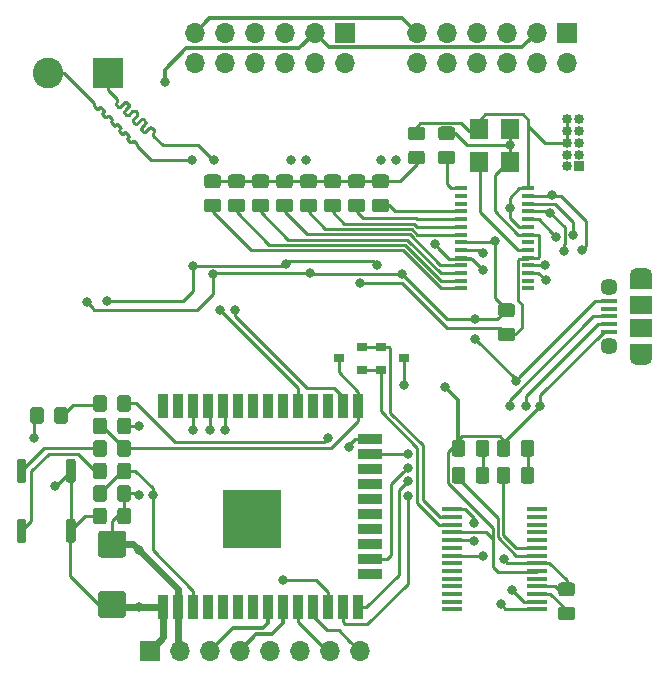
<source format=gbr>
G04 #@! TF.GenerationSoftware,KiCad,Pcbnew,5.1.5+dfsg1-2build2*
G04 #@! TF.CreationDate,2020-08-14T19:59:24+10:00*
G04 #@! TF.ProjectId,sid-board-v3_blocklayout,7369642d-626f-4617-9264-2d76335f626c,rev?*
G04 #@! TF.SameCoordinates,Original*
G04 #@! TF.FileFunction,Copper,L1,Top*
G04 #@! TF.FilePolarity,Positive*
%FSLAX46Y46*%
G04 Gerber Fmt 4.6, Leading zero omitted, Abs format (unit mm)*
G04 Created by KiCad (PCBNEW 5.1.5+dfsg1-2build2) date 2020-08-14 19:59:24*
%MOMM*%
%LPD*%
G04 APERTURE LIST*
%ADD10O,1.700000X1.700000*%
%ADD11R,1.700000X1.700000*%
%ADD12C,0.100000*%
%ADD13R,1.900000X1.200000*%
%ADD14O,1.900000X1.200000*%
%ADD15R,1.900000X1.500000*%
%ADD16C,1.450000*%
%ADD17R,1.350000X0.400000*%
%ADD18C,2.600000*%
%ADD19R,2.600000X2.600000*%
%ADD20R,0.900000X0.800000*%
%ADD21R,0.900000X2.000000*%
%ADD22R,2.000000X0.900000*%
%ADD23R,5.000000X5.000000*%
%ADD24R,1.100000X0.400000*%
%ADD25R,1.750000X0.450000*%
%ADD26R,0.850000X0.850000*%
%ADD27O,0.850000X0.850000*%
%ADD28R,1.540000X1.800000*%
%ADD29C,0.800000*%
%ADD30C,0.250000*%
%ADD31C,0.350000*%
%ADD32C,0.600000*%
G04 APERTURE END LIST*
D10*
X152400000Y-71755000D03*
X152400000Y-69215000D03*
X154940000Y-71755000D03*
X154940000Y-69215000D03*
X157480000Y-71755000D03*
X157480000Y-69215000D03*
X160020000Y-71755000D03*
X160020000Y-69215000D03*
X162560000Y-71755000D03*
X162560000Y-69215000D03*
X165100000Y-71755000D03*
D11*
X165100000Y-69215000D03*
G04 #@! TA.AperFunction,SMDPad,CuDef*
D12*
G36*
X125943505Y-103695204D02*
G01*
X125967773Y-103698804D01*
X125991572Y-103704765D01*
X126014671Y-103713030D01*
X126036850Y-103723520D01*
X126057893Y-103736132D01*
X126077599Y-103750747D01*
X126095777Y-103767223D01*
X126112253Y-103785401D01*
X126126868Y-103805107D01*
X126139480Y-103826150D01*
X126149970Y-103848329D01*
X126158235Y-103871428D01*
X126164196Y-103895227D01*
X126167796Y-103919495D01*
X126169000Y-103943999D01*
X126169000Y-104844001D01*
X126167796Y-104868505D01*
X126164196Y-104892773D01*
X126158235Y-104916572D01*
X126149970Y-104939671D01*
X126139480Y-104961850D01*
X126126868Y-104982893D01*
X126112253Y-105002599D01*
X126095777Y-105020777D01*
X126077599Y-105037253D01*
X126057893Y-105051868D01*
X126036850Y-105064480D01*
X126014671Y-105074970D01*
X125991572Y-105083235D01*
X125967773Y-105089196D01*
X125943505Y-105092796D01*
X125919001Y-105094000D01*
X125268999Y-105094000D01*
X125244495Y-105092796D01*
X125220227Y-105089196D01*
X125196428Y-105083235D01*
X125173329Y-105074970D01*
X125151150Y-105064480D01*
X125130107Y-105051868D01*
X125110401Y-105037253D01*
X125092223Y-105020777D01*
X125075747Y-105002599D01*
X125061132Y-104982893D01*
X125048520Y-104961850D01*
X125038030Y-104939671D01*
X125029765Y-104916572D01*
X125023804Y-104892773D01*
X125020204Y-104868505D01*
X125019000Y-104844001D01*
X125019000Y-103943999D01*
X125020204Y-103919495D01*
X125023804Y-103895227D01*
X125029765Y-103871428D01*
X125038030Y-103848329D01*
X125048520Y-103826150D01*
X125061132Y-103805107D01*
X125075747Y-103785401D01*
X125092223Y-103767223D01*
X125110401Y-103750747D01*
X125130107Y-103736132D01*
X125151150Y-103723520D01*
X125173329Y-103713030D01*
X125196428Y-103704765D01*
X125220227Y-103698804D01*
X125244495Y-103695204D01*
X125268999Y-103694000D01*
X125919001Y-103694000D01*
X125943505Y-103695204D01*
G37*
G04 #@! TD.AperFunction*
G04 #@! TA.AperFunction,SMDPad,CuDef*
G36*
X127993505Y-103695204D02*
G01*
X128017773Y-103698804D01*
X128041572Y-103704765D01*
X128064671Y-103713030D01*
X128086850Y-103723520D01*
X128107893Y-103736132D01*
X128127599Y-103750747D01*
X128145777Y-103767223D01*
X128162253Y-103785401D01*
X128176868Y-103805107D01*
X128189480Y-103826150D01*
X128199970Y-103848329D01*
X128208235Y-103871428D01*
X128214196Y-103895227D01*
X128217796Y-103919495D01*
X128219000Y-103943999D01*
X128219000Y-104844001D01*
X128217796Y-104868505D01*
X128214196Y-104892773D01*
X128208235Y-104916572D01*
X128199970Y-104939671D01*
X128189480Y-104961850D01*
X128176868Y-104982893D01*
X128162253Y-105002599D01*
X128145777Y-105020777D01*
X128127599Y-105037253D01*
X128107893Y-105051868D01*
X128086850Y-105064480D01*
X128064671Y-105074970D01*
X128041572Y-105083235D01*
X128017773Y-105089196D01*
X127993505Y-105092796D01*
X127969001Y-105094000D01*
X127318999Y-105094000D01*
X127294495Y-105092796D01*
X127270227Y-105089196D01*
X127246428Y-105083235D01*
X127223329Y-105074970D01*
X127201150Y-105064480D01*
X127180107Y-105051868D01*
X127160401Y-105037253D01*
X127142223Y-105020777D01*
X127125747Y-105002599D01*
X127111132Y-104982893D01*
X127098520Y-104961850D01*
X127088030Y-104939671D01*
X127079765Y-104916572D01*
X127073804Y-104892773D01*
X127070204Y-104868505D01*
X127069000Y-104844001D01*
X127069000Y-103943999D01*
X127070204Y-103919495D01*
X127073804Y-103895227D01*
X127079765Y-103871428D01*
X127088030Y-103848329D01*
X127098520Y-103826150D01*
X127111132Y-103805107D01*
X127125747Y-103785401D01*
X127142223Y-103767223D01*
X127160401Y-103750747D01*
X127180107Y-103736132D01*
X127201150Y-103723520D01*
X127223329Y-103713030D01*
X127246428Y-103704765D01*
X127270227Y-103698804D01*
X127294495Y-103695204D01*
X127318999Y-103694000D01*
X127969001Y-103694000D01*
X127993505Y-103695204D01*
G37*
G04 #@! TD.AperFunction*
D10*
X133604000Y-71755000D03*
X133604000Y-69215000D03*
X136144000Y-71755000D03*
X136144000Y-69215000D03*
X138684000Y-71755000D03*
X138684000Y-69215000D03*
X141224000Y-71755000D03*
X141224000Y-69215000D03*
X143764000Y-71755000D03*
X143764000Y-69215000D03*
X146304000Y-71755000D03*
D11*
X146304000Y-69215000D03*
G04 #@! TA.AperFunction,SMDPad,CuDef*
D12*
G36*
X155414505Y-79191204D02*
G01*
X155438773Y-79194804D01*
X155462572Y-79200765D01*
X155485671Y-79209030D01*
X155507850Y-79219520D01*
X155528893Y-79232132D01*
X155548599Y-79246747D01*
X155566777Y-79263223D01*
X155583253Y-79281401D01*
X155597868Y-79301107D01*
X155610480Y-79322150D01*
X155620970Y-79344329D01*
X155629235Y-79367428D01*
X155635196Y-79391227D01*
X155638796Y-79415495D01*
X155640000Y-79439999D01*
X155640000Y-80090001D01*
X155638796Y-80114505D01*
X155635196Y-80138773D01*
X155629235Y-80162572D01*
X155620970Y-80185671D01*
X155610480Y-80207850D01*
X155597868Y-80228893D01*
X155583253Y-80248599D01*
X155566777Y-80266777D01*
X155548599Y-80283253D01*
X155528893Y-80297868D01*
X155507850Y-80310480D01*
X155485671Y-80320970D01*
X155462572Y-80329235D01*
X155438773Y-80335196D01*
X155414505Y-80338796D01*
X155390001Y-80340000D01*
X154489999Y-80340000D01*
X154465495Y-80338796D01*
X154441227Y-80335196D01*
X154417428Y-80329235D01*
X154394329Y-80320970D01*
X154372150Y-80310480D01*
X154351107Y-80297868D01*
X154331401Y-80283253D01*
X154313223Y-80266777D01*
X154296747Y-80248599D01*
X154282132Y-80228893D01*
X154269520Y-80207850D01*
X154259030Y-80185671D01*
X154250765Y-80162572D01*
X154244804Y-80138773D01*
X154241204Y-80114505D01*
X154240000Y-80090001D01*
X154240000Y-79439999D01*
X154241204Y-79415495D01*
X154244804Y-79391227D01*
X154250765Y-79367428D01*
X154259030Y-79344329D01*
X154269520Y-79322150D01*
X154282132Y-79301107D01*
X154296747Y-79281401D01*
X154313223Y-79263223D01*
X154331401Y-79246747D01*
X154351107Y-79232132D01*
X154372150Y-79219520D01*
X154394329Y-79209030D01*
X154417428Y-79200765D01*
X154441227Y-79194804D01*
X154465495Y-79191204D01*
X154489999Y-79190000D01*
X155390001Y-79190000D01*
X155414505Y-79191204D01*
G37*
G04 #@! TD.AperFunction*
G04 #@! TA.AperFunction,SMDPad,CuDef*
G36*
X155414505Y-77141204D02*
G01*
X155438773Y-77144804D01*
X155462572Y-77150765D01*
X155485671Y-77159030D01*
X155507850Y-77169520D01*
X155528893Y-77182132D01*
X155548599Y-77196747D01*
X155566777Y-77213223D01*
X155583253Y-77231401D01*
X155597868Y-77251107D01*
X155610480Y-77272150D01*
X155620970Y-77294329D01*
X155629235Y-77317428D01*
X155635196Y-77341227D01*
X155638796Y-77365495D01*
X155640000Y-77389999D01*
X155640000Y-78040001D01*
X155638796Y-78064505D01*
X155635196Y-78088773D01*
X155629235Y-78112572D01*
X155620970Y-78135671D01*
X155610480Y-78157850D01*
X155597868Y-78178893D01*
X155583253Y-78198599D01*
X155566777Y-78216777D01*
X155548599Y-78233253D01*
X155528893Y-78247868D01*
X155507850Y-78260480D01*
X155485671Y-78270970D01*
X155462572Y-78279235D01*
X155438773Y-78285196D01*
X155414505Y-78288796D01*
X155390001Y-78290000D01*
X154489999Y-78290000D01*
X154465495Y-78288796D01*
X154441227Y-78285196D01*
X154417428Y-78279235D01*
X154394329Y-78270970D01*
X154372150Y-78260480D01*
X154351107Y-78247868D01*
X154331401Y-78233253D01*
X154313223Y-78216777D01*
X154296747Y-78198599D01*
X154282132Y-78178893D01*
X154269520Y-78157850D01*
X154259030Y-78135671D01*
X154250765Y-78112572D01*
X154244804Y-78088773D01*
X154241204Y-78064505D01*
X154240000Y-78040001D01*
X154240000Y-77389999D01*
X154241204Y-77365495D01*
X154244804Y-77341227D01*
X154250765Y-77317428D01*
X154259030Y-77294329D01*
X154269520Y-77272150D01*
X154282132Y-77251107D01*
X154296747Y-77231401D01*
X154313223Y-77213223D01*
X154331401Y-77196747D01*
X154351107Y-77182132D01*
X154372150Y-77169520D01*
X154394329Y-77159030D01*
X154417428Y-77150765D01*
X154441227Y-77144804D01*
X154465495Y-77141204D01*
X154489999Y-77140000D01*
X155390001Y-77140000D01*
X155414505Y-77141204D01*
G37*
G04 #@! TD.AperFunction*
G04 #@! TA.AperFunction,SMDPad,CuDef*
G36*
X127993505Y-99885204D02*
G01*
X128017773Y-99888804D01*
X128041572Y-99894765D01*
X128064671Y-99903030D01*
X128086850Y-99913520D01*
X128107893Y-99926132D01*
X128127599Y-99940747D01*
X128145777Y-99957223D01*
X128162253Y-99975401D01*
X128176868Y-99995107D01*
X128189480Y-100016150D01*
X128199970Y-100038329D01*
X128208235Y-100061428D01*
X128214196Y-100085227D01*
X128217796Y-100109495D01*
X128219000Y-100133999D01*
X128219000Y-101034001D01*
X128217796Y-101058505D01*
X128214196Y-101082773D01*
X128208235Y-101106572D01*
X128199970Y-101129671D01*
X128189480Y-101151850D01*
X128176868Y-101172893D01*
X128162253Y-101192599D01*
X128145777Y-101210777D01*
X128127599Y-101227253D01*
X128107893Y-101241868D01*
X128086850Y-101254480D01*
X128064671Y-101264970D01*
X128041572Y-101273235D01*
X128017773Y-101279196D01*
X127993505Y-101282796D01*
X127969001Y-101284000D01*
X127318999Y-101284000D01*
X127294495Y-101282796D01*
X127270227Y-101279196D01*
X127246428Y-101273235D01*
X127223329Y-101264970D01*
X127201150Y-101254480D01*
X127180107Y-101241868D01*
X127160401Y-101227253D01*
X127142223Y-101210777D01*
X127125747Y-101192599D01*
X127111132Y-101172893D01*
X127098520Y-101151850D01*
X127088030Y-101129671D01*
X127079765Y-101106572D01*
X127073804Y-101082773D01*
X127070204Y-101058505D01*
X127069000Y-101034001D01*
X127069000Y-100133999D01*
X127070204Y-100109495D01*
X127073804Y-100085227D01*
X127079765Y-100061428D01*
X127088030Y-100038329D01*
X127098520Y-100016150D01*
X127111132Y-99995107D01*
X127125747Y-99975401D01*
X127142223Y-99957223D01*
X127160401Y-99940747D01*
X127180107Y-99926132D01*
X127201150Y-99913520D01*
X127223329Y-99903030D01*
X127246428Y-99894765D01*
X127270227Y-99888804D01*
X127294495Y-99885204D01*
X127318999Y-99884000D01*
X127969001Y-99884000D01*
X127993505Y-99885204D01*
G37*
G04 #@! TD.AperFunction*
G04 #@! TA.AperFunction,SMDPad,CuDef*
G36*
X125943505Y-99885204D02*
G01*
X125967773Y-99888804D01*
X125991572Y-99894765D01*
X126014671Y-99903030D01*
X126036850Y-99913520D01*
X126057893Y-99926132D01*
X126077599Y-99940747D01*
X126095777Y-99957223D01*
X126112253Y-99975401D01*
X126126868Y-99995107D01*
X126139480Y-100016150D01*
X126149970Y-100038329D01*
X126158235Y-100061428D01*
X126164196Y-100085227D01*
X126167796Y-100109495D01*
X126169000Y-100133999D01*
X126169000Y-101034001D01*
X126167796Y-101058505D01*
X126164196Y-101082773D01*
X126158235Y-101106572D01*
X126149970Y-101129671D01*
X126139480Y-101151850D01*
X126126868Y-101172893D01*
X126112253Y-101192599D01*
X126095777Y-101210777D01*
X126077599Y-101227253D01*
X126057893Y-101241868D01*
X126036850Y-101254480D01*
X126014671Y-101264970D01*
X125991572Y-101273235D01*
X125967773Y-101279196D01*
X125943505Y-101282796D01*
X125919001Y-101284000D01*
X125268999Y-101284000D01*
X125244495Y-101282796D01*
X125220227Y-101279196D01*
X125196428Y-101273235D01*
X125173329Y-101264970D01*
X125151150Y-101254480D01*
X125130107Y-101241868D01*
X125110401Y-101227253D01*
X125092223Y-101210777D01*
X125075747Y-101192599D01*
X125061132Y-101172893D01*
X125048520Y-101151850D01*
X125038030Y-101129671D01*
X125029765Y-101106572D01*
X125023804Y-101082773D01*
X125020204Y-101058505D01*
X125019000Y-101034001D01*
X125019000Y-100133999D01*
X125020204Y-100109495D01*
X125023804Y-100085227D01*
X125029765Y-100061428D01*
X125038030Y-100038329D01*
X125048520Y-100016150D01*
X125061132Y-99995107D01*
X125075747Y-99975401D01*
X125092223Y-99957223D01*
X125110401Y-99940747D01*
X125130107Y-99926132D01*
X125151150Y-99913520D01*
X125173329Y-99903030D01*
X125196428Y-99894765D01*
X125220227Y-99888804D01*
X125244495Y-99885204D01*
X125268999Y-99884000D01*
X125919001Y-99884000D01*
X125943505Y-99885204D01*
G37*
G04 #@! TD.AperFunction*
G04 #@! TA.AperFunction,SMDPad,CuDef*
G36*
X149826505Y-83255204D02*
G01*
X149850773Y-83258804D01*
X149874572Y-83264765D01*
X149897671Y-83273030D01*
X149919850Y-83283520D01*
X149940893Y-83296132D01*
X149960599Y-83310747D01*
X149978777Y-83327223D01*
X149995253Y-83345401D01*
X150009868Y-83365107D01*
X150022480Y-83386150D01*
X150032970Y-83408329D01*
X150041235Y-83431428D01*
X150047196Y-83455227D01*
X150050796Y-83479495D01*
X150052000Y-83503999D01*
X150052000Y-84154001D01*
X150050796Y-84178505D01*
X150047196Y-84202773D01*
X150041235Y-84226572D01*
X150032970Y-84249671D01*
X150022480Y-84271850D01*
X150009868Y-84292893D01*
X149995253Y-84312599D01*
X149978777Y-84330777D01*
X149960599Y-84347253D01*
X149940893Y-84361868D01*
X149919850Y-84374480D01*
X149897671Y-84384970D01*
X149874572Y-84393235D01*
X149850773Y-84399196D01*
X149826505Y-84402796D01*
X149802001Y-84404000D01*
X148901999Y-84404000D01*
X148877495Y-84402796D01*
X148853227Y-84399196D01*
X148829428Y-84393235D01*
X148806329Y-84384970D01*
X148784150Y-84374480D01*
X148763107Y-84361868D01*
X148743401Y-84347253D01*
X148725223Y-84330777D01*
X148708747Y-84312599D01*
X148694132Y-84292893D01*
X148681520Y-84271850D01*
X148671030Y-84249671D01*
X148662765Y-84226572D01*
X148656804Y-84202773D01*
X148653204Y-84178505D01*
X148652000Y-84154001D01*
X148652000Y-83503999D01*
X148653204Y-83479495D01*
X148656804Y-83455227D01*
X148662765Y-83431428D01*
X148671030Y-83408329D01*
X148681520Y-83386150D01*
X148694132Y-83365107D01*
X148708747Y-83345401D01*
X148725223Y-83327223D01*
X148743401Y-83310747D01*
X148763107Y-83296132D01*
X148784150Y-83283520D01*
X148806329Y-83273030D01*
X148829428Y-83264765D01*
X148853227Y-83258804D01*
X148877495Y-83255204D01*
X148901999Y-83254000D01*
X149802001Y-83254000D01*
X149826505Y-83255204D01*
G37*
G04 #@! TD.AperFunction*
G04 #@! TA.AperFunction,SMDPad,CuDef*
G36*
X149826505Y-81205204D02*
G01*
X149850773Y-81208804D01*
X149874572Y-81214765D01*
X149897671Y-81223030D01*
X149919850Y-81233520D01*
X149940893Y-81246132D01*
X149960599Y-81260747D01*
X149978777Y-81277223D01*
X149995253Y-81295401D01*
X150009868Y-81315107D01*
X150022480Y-81336150D01*
X150032970Y-81358329D01*
X150041235Y-81381428D01*
X150047196Y-81405227D01*
X150050796Y-81429495D01*
X150052000Y-81453999D01*
X150052000Y-82104001D01*
X150050796Y-82128505D01*
X150047196Y-82152773D01*
X150041235Y-82176572D01*
X150032970Y-82199671D01*
X150022480Y-82221850D01*
X150009868Y-82242893D01*
X149995253Y-82262599D01*
X149978777Y-82280777D01*
X149960599Y-82297253D01*
X149940893Y-82311868D01*
X149919850Y-82324480D01*
X149897671Y-82334970D01*
X149874572Y-82343235D01*
X149850773Y-82349196D01*
X149826505Y-82352796D01*
X149802001Y-82354000D01*
X148901999Y-82354000D01*
X148877495Y-82352796D01*
X148853227Y-82349196D01*
X148829428Y-82343235D01*
X148806329Y-82334970D01*
X148784150Y-82324480D01*
X148763107Y-82311868D01*
X148743401Y-82297253D01*
X148725223Y-82280777D01*
X148708747Y-82262599D01*
X148694132Y-82242893D01*
X148681520Y-82221850D01*
X148671030Y-82199671D01*
X148662765Y-82176572D01*
X148656804Y-82152773D01*
X148653204Y-82128505D01*
X148652000Y-82104001D01*
X148652000Y-81453999D01*
X148653204Y-81429495D01*
X148656804Y-81405227D01*
X148662765Y-81381428D01*
X148671030Y-81358329D01*
X148681520Y-81336150D01*
X148694132Y-81315107D01*
X148708747Y-81295401D01*
X148725223Y-81277223D01*
X148743401Y-81260747D01*
X148763107Y-81246132D01*
X148784150Y-81233520D01*
X148806329Y-81223030D01*
X148829428Y-81214765D01*
X148853227Y-81208804D01*
X148877495Y-81205204D01*
X148901999Y-81204000D01*
X149802001Y-81204000D01*
X149826505Y-81205204D01*
G37*
G04 #@! TD.AperFunction*
G04 #@! TA.AperFunction,SMDPad,CuDef*
G36*
X120609505Y-100901204D02*
G01*
X120633773Y-100904804D01*
X120657572Y-100910765D01*
X120680671Y-100919030D01*
X120702850Y-100929520D01*
X120723893Y-100942132D01*
X120743599Y-100956747D01*
X120761777Y-100973223D01*
X120778253Y-100991401D01*
X120792868Y-101011107D01*
X120805480Y-101032150D01*
X120815970Y-101054329D01*
X120824235Y-101077428D01*
X120830196Y-101101227D01*
X120833796Y-101125495D01*
X120835000Y-101149999D01*
X120835000Y-102050001D01*
X120833796Y-102074505D01*
X120830196Y-102098773D01*
X120824235Y-102122572D01*
X120815970Y-102145671D01*
X120805480Y-102167850D01*
X120792868Y-102188893D01*
X120778253Y-102208599D01*
X120761777Y-102226777D01*
X120743599Y-102243253D01*
X120723893Y-102257868D01*
X120702850Y-102270480D01*
X120680671Y-102280970D01*
X120657572Y-102289235D01*
X120633773Y-102295196D01*
X120609505Y-102298796D01*
X120585001Y-102300000D01*
X119934999Y-102300000D01*
X119910495Y-102298796D01*
X119886227Y-102295196D01*
X119862428Y-102289235D01*
X119839329Y-102280970D01*
X119817150Y-102270480D01*
X119796107Y-102257868D01*
X119776401Y-102243253D01*
X119758223Y-102226777D01*
X119741747Y-102208599D01*
X119727132Y-102188893D01*
X119714520Y-102167850D01*
X119704030Y-102145671D01*
X119695765Y-102122572D01*
X119689804Y-102098773D01*
X119686204Y-102074505D01*
X119685000Y-102050001D01*
X119685000Y-101149999D01*
X119686204Y-101125495D01*
X119689804Y-101101227D01*
X119695765Y-101077428D01*
X119704030Y-101054329D01*
X119714520Y-101032150D01*
X119727132Y-101011107D01*
X119741747Y-100991401D01*
X119758223Y-100973223D01*
X119776401Y-100956747D01*
X119796107Y-100942132D01*
X119817150Y-100929520D01*
X119839329Y-100919030D01*
X119862428Y-100910765D01*
X119886227Y-100904804D01*
X119910495Y-100901204D01*
X119934999Y-100900000D01*
X120585001Y-100900000D01*
X120609505Y-100901204D01*
G37*
G04 #@! TD.AperFunction*
G04 #@! TA.AperFunction,SMDPad,CuDef*
G36*
X122659505Y-100901204D02*
G01*
X122683773Y-100904804D01*
X122707572Y-100910765D01*
X122730671Y-100919030D01*
X122752850Y-100929520D01*
X122773893Y-100942132D01*
X122793599Y-100956747D01*
X122811777Y-100973223D01*
X122828253Y-100991401D01*
X122842868Y-101011107D01*
X122855480Y-101032150D01*
X122865970Y-101054329D01*
X122874235Y-101077428D01*
X122880196Y-101101227D01*
X122883796Y-101125495D01*
X122885000Y-101149999D01*
X122885000Y-102050001D01*
X122883796Y-102074505D01*
X122880196Y-102098773D01*
X122874235Y-102122572D01*
X122865970Y-102145671D01*
X122855480Y-102167850D01*
X122842868Y-102188893D01*
X122828253Y-102208599D01*
X122811777Y-102226777D01*
X122793599Y-102243253D01*
X122773893Y-102257868D01*
X122752850Y-102270480D01*
X122730671Y-102280970D01*
X122707572Y-102289235D01*
X122683773Y-102295196D01*
X122659505Y-102298796D01*
X122635001Y-102300000D01*
X121984999Y-102300000D01*
X121960495Y-102298796D01*
X121936227Y-102295196D01*
X121912428Y-102289235D01*
X121889329Y-102280970D01*
X121867150Y-102270480D01*
X121846107Y-102257868D01*
X121826401Y-102243253D01*
X121808223Y-102226777D01*
X121791747Y-102208599D01*
X121777132Y-102188893D01*
X121764520Y-102167850D01*
X121754030Y-102145671D01*
X121745765Y-102122572D01*
X121739804Y-102098773D01*
X121736204Y-102074505D01*
X121735000Y-102050001D01*
X121735000Y-101149999D01*
X121736204Y-101125495D01*
X121739804Y-101101227D01*
X121745765Y-101077428D01*
X121754030Y-101054329D01*
X121764520Y-101032150D01*
X121777132Y-101011107D01*
X121791747Y-100991401D01*
X121808223Y-100973223D01*
X121826401Y-100956747D01*
X121846107Y-100942132D01*
X121867150Y-100929520D01*
X121889329Y-100919030D01*
X121912428Y-100910765D01*
X121936227Y-100904804D01*
X121960495Y-100901204D01*
X121984999Y-100900000D01*
X122635001Y-100900000D01*
X122659505Y-100901204D01*
G37*
G04 #@! TD.AperFunction*
G04 #@! TA.AperFunction,SMDPad,CuDef*
G36*
X135602505Y-83255204D02*
G01*
X135626773Y-83258804D01*
X135650572Y-83264765D01*
X135673671Y-83273030D01*
X135695850Y-83283520D01*
X135716893Y-83296132D01*
X135736599Y-83310747D01*
X135754777Y-83327223D01*
X135771253Y-83345401D01*
X135785868Y-83365107D01*
X135798480Y-83386150D01*
X135808970Y-83408329D01*
X135817235Y-83431428D01*
X135823196Y-83455227D01*
X135826796Y-83479495D01*
X135828000Y-83503999D01*
X135828000Y-84154001D01*
X135826796Y-84178505D01*
X135823196Y-84202773D01*
X135817235Y-84226572D01*
X135808970Y-84249671D01*
X135798480Y-84271850D01*
X135785868Y-84292893D01*
X135771253Y-84312599D01*
X135754777Y-84330777D01*
X135736599Y-84347253D01*
X135716893Y-84361868D01*
X135695850Y-84374480D01*
X135673671Y-84384970D01*
X135650572Y-84393235D01*
X135626773Y-84399196D01*
X135602505Y-84402796D01*
X135578001Y-84404000D01*
X134677999Y-84404000D01*
X134653495Y-84402796D01*
X134629227Y-84399196D01*
X134605428Y-84393235D01*
X134582329Y-84384970D01*
X134560150Y-84374480D01*
X134539107Y-84361868D01*
X134519401Y-84347253D01*
X134501223Y-84330777D01*
X134484747Y-84312599D01*
X134470132Y-84292893D01*
X134457520Y-84271850D01*
X134447030Y-84249671D01*
X134438765Y-84226572D01*
X134432804Y-84202773D01*
X134429204Y-84178505D01*
X134428000Y-84154001D01*
X134428000Y-83503999D01*
X134429204Y-83479495D01*
X134432804Y-83455227D01*
X134438765Y-83431428D01*
X134447030Y-83408329D01*
X134457520Y-83386150D01*
X134470132Y-83365107D01*
X134484747Y-83345401D01*
X134501223Y-83327223D01*
X134519401Y-83310747D01*
X134539107Y-83296132D01*
X134560150Y-83283520D01*
X134582329Y-83273030D01*
X134605428Y-83264765D01*
X134629227Y-83258804D01*
X134653495Y-83255204D01*
X134677999Y-83254000D01*
X135578001Y-83254000D01*
X135602505Y-83255204D01*
G37*
G04 #@! TD.AperFunction*
G04 #@! TA.AperFunction,SMDPad,CuDef*
G36*
X135602505Y-81205204D02*
G01*
X135626773Y-81208804D01*
X135650572Y-81214765D01*
X135673671Y-81223030D01*
X135695850Y-81233520D01*
X135716893Y-81246132D01*
X135736599Y-81260747D01*
X135754777Y-81277223D01*
X135771253Y-81295401D01*
X135785868Y-81315107D01*
X135798480Y-81336150D01*
X135808970Y-81358329D01*
X135817235Y-81381428D01*
X135823196Y-81405227D01*
X135826796Y-81429495D01*
X135828000Y-81453999D01*
X135828000Y-82104001D01*
X135826796Y-82128505D01*
X135823196Y-82152773D01*
X135817235Y-82176572D01*
X135808970Y-82199671D01*
X135798480Y-82221850D01*
X135785868Y-82242893D01*
X135771253Y-82262599D01*
X135754777Y-82280777D01*
X135736599Y-82297253D01*
X135716893Y-82311868D01*
X135695850Y-82324480D01*
X135673671Y-82334970D01*
X135650572Y-82343235D01*
X135626773Y-82349196D01*
X135602505Y-82352796D01*
X135578001Y-82354000D01*
X134677999Y-82354000D01*
X134653495Y-82352796D01*
X134629227Y-82349196D01*
X134605428Y-82343235D01*
X134582329Y-82334970D01*
X134560150Y-82324480D01*
X134539107Y-82311868D01*
X134519401Y-82297253D01*
X134501223Y-82280777D01*
X134484747Y-82262599D01*
X134470132Y-82242893D01*
X134457520Y-82221850D01*
X134447030Y-82199671D01*
X134438765Y-82176572D01*
X134432804Y-82152773D01*
X134429204Y-82128505D01*
X134428000Y-82104001D01*
X134428000Y-81453999D01*
X134429204Y-81429495D01*
X134432804Y-81405227D01*
X134438765Y-81381428D01*
X134447030Y-81358329D01*
X134457520Y-81336150D01*
X134470132Y-81315107D01*
X134484747Y-81295401D01*
X134501223Y-81277223D01*
X134519401Y-81260747D01*
X134539107Y-81246132D01*
X134560150Y-81233520D01*
X134582329Y-81223030D01*
X134605428Y-81214765D01*
X134629227Y-81208804D01*
X134653495Y-81205204D01*
X134677999Y-81204000D01*
X135578001Y-81204000D01*
X135602505Y-81205204D01*
G37*
G04 #@! TD.AperFunction*
D13*
X171417500Y-96118000D03*
X171417500Y-90318000D03*
D14*
X171417500Y-89718000D03*
X171417500Y-96718000D03*
D15*
X171417500Y-94218000D03*
D16*
X168717500Y-90718000D03*
D17*
X168717500Y-93218000D03*
X168717500Y-92568000D03*
X168717500Y-91918000D03*
X168717500Y-94518000D03*
X168717500Y-93868000D03*
D16*
X168717500Y-95718000D03*
D15*
X171417500Y-92218000D03*
G04 #@! TA.AperFunction,SMDPad,CuDef*
D12*
G36*
X137634505Y-81205204D02*
G01*
X137658773Y-81208804D01*
X137682572Y-81214765D01*
X137705671Y-81223030D01*
X137727850Y-81233520D01*
X137748893Y-81246132D01*
X137768599Y-81260747D01*
X137786777Y-81277223D01*
X137803253Y-81295401D01*
X137817868Y-81315107D01*
X137830480Y-81336150D01*
X137840970Y-81358329D01*
X137849235Y-81381428D01*
X137855196Y-81405227D01*
X137858796Y-81429495D01*
X137860000Y-81453999D01*
X137860000Y-82104001D01*
X137858796Y-82128505D01*
X137855196Y-82152773D01*
X137849235Y-82176572D01*
X137840970Y-82199671D01*
X137830480Y-82221850D01*
X137817868Y-82242893D01*
X137803253Y-82262599D01*
X137786777Y-82280777D01*
X137768599Y-82297253D01*
X137748893Y-82311868D01*
X137727850Y-82324480D01*
X137705671Y-82334970D01*
X137682572Y-82343235D01*
X137658773Y-82349196D01*
X137634505Y-82352796D01*
X137610001Y-82354000D01*
X136709999Y-82354000D01*
X136685495Y-82352796D01*
X136661227Y-82349196D01*
X136637428Y-82343235D01*
X136614329Y-82334970D01*
X136592150Y-82324480D01*
X136571107Y-82311868D01*
X136551401Y-82297253D01*
X136533223Y-82280777D01*
X136516747Y-82262599D01*
X136502132Y-82242893D01*
X136489520Y-82221850D01*
X136479030Y-82199671D01*
X136470765Y-82176572D01*
X136464804Y-82152773D01*
X136461204Y-82128505D01*
X136460000Y-82104001D01*
X136460000Y-81453999D01*
X136461204Y-81429495D01*
X136464804Y-81405227D01*
X136470765Y-81381428D01*
X136479030Y-81358329D01*
X136489520Y-81336150D01*
X136502132Y-81315107D01*
X136516747Y-81295401D01*
X136533223Y-81277223D01*
X136551401Y-81260747D01*
X136571107Y-81246132D01*
X136592150Y-81233520D01*
X136614329Y-81223030D01*
X136637428Y-81214765D01*
X136661227Y-81208804D01*
X136685495Y-81205204D01*
X136709999Y-81204000D01*
X137610001Y-81204000D01*
X137634505Y-81205204D01*
G37*
G04 #@! TD.AperFunction*
G04 #@! TA.AperFunction,SMDPad,CuDef*
G36*
X137634505Y-83255204D02*
G01*
X137658773Y-83258804D01*
X137682572Y-83264765D01*
X137705671Y-83273030D01*
X137727850Y-83283520D01*
X137748893Y-83296132D01*
X137768599Y-83310747D01*
X137786777Y-83327223D01*
X137803253Y-83345401D01*
X137817868Y-83365107D01*
X137830480Y-83386150D01*
X137840970Y-83408329D01*
X137849235Y-83431428D01*
X137855196Y-83455227D01*
X137858796Y-83479495D01*
X137860000Y-83503999D01*
X137860000Y-84154001D01*
X137858796Y-84178505D01*
X137855196Y-84202773D01*
X137849235Y-84226572D01*
X137840970Y-84249671D01*
X137830480Y-84271850D01*
X137817868Y-84292893D01*
X137803253Y-84312599D01*
X137786777Y-84330777D01*
X137768599Y-84347253D01*
X137748893Y-84361868D01*
X137727850Y-84374480D01*
X137705671Y-84384970D01*
X137682572Y-84393235D01*
X137658773Y-84399196D01*
X137634505Y-84402796D01*
X137610001Y-84404000D01*
X136709999Y-84404000D01*
X136685495Y-84402796D01*
X136661227Y-84399196D01*
X136637428Y-84393235D01*
X136614329Y-84384970D01*
X136592150Y-84374480D01*
X136571107Y-84361868D01*
X136551401Y-84347253D01*
X136533223Y-84330777D01*
X136516747Y-84312599D01*
X136502132Y-84292893D01*
X136489520Y-84271850D01*
X136479030Y-84249671D01*
X136470765Y-84226572D01*
X136464804Y-84202773D01*
X136461204Y-84178505D01*
X136460000Y-84154001D01*
X136460000Y-83503999D01*
X136461204Y-83479495D01*
X136464804Y-83455227D01*
X136470765Y-83431428D01*
X136479030Y-83408329D01*
X136489520Y-83386150D01*
X136502132Y-83365107D01*
X136516747Y-83345401D01*
X136533223Y-83327223D01*
X136551401Y-83310747D01*
X136571107Y-83296132D01*
X136592150Y-83283520D01*
X136614329Y-83273030D01*
X136637428Y-83264765D01*
X136661227Y-83258804D01*
X136685495Y-83255204D01*
X136709999Y-83254000D01*
X137610001Y-83254000D01*
X137634505Y-83255204D01*
G37*
G04 #@! TD.AperFunction*
D18*
X121158000Y-72644000D03*
D19*
X126238000Y-72644000D03*
D20*
X151368000Y-96774000D03*
X149368000Y-97724000D03*
X149368000Y-95824000D03*
X147812000Y-97724000D03*
X147812000Y-95824000D03*
X145812000Y-96774000D03*
G04 #@! TA.AperFunction,SMDPad,CuDef*
D12*
G36*
X127993505Y-107505204D02*
G01*
X128017773Y-107508804D01*
X128041572Y-107514765D01*
X128064671Y-107523030D01*
X128086850Y-107533520D01*
X128107893Y-107546132D01*
X128127599Y-107560747D01*
X128145777Y-107577223D01*
X128162253Y-107595401D01*
X128176868Y-107615107D01*
X128189480Y-107636150D01*
X128199970Y-107658329D01*
X128208235Y-107681428D01*
X128214196Y-107705227D01*
X128217796Y-107729495D01*
X128219000Y-107753999D01*
X128219000Y-108654001D01*
X128217796Y-108678505D01*
X128214196Y-108702773D01*
X128208235Y-108726572D01*
X128199970Y-108749671D01*
X128189480Y-108771850D01*
X128176868Y-108792893D01*
X128162253Y-108812599D01*
X128145777Y-108830777D01*
X128127599Y-108847253D01*
X128107893Y-108861868D01*
X128086850Y-108874480D01*
X128064671Y-108884970D01*
X128041572Y-108893235D01*
X128017773Y-108899196D01*
X127993505Y-108902796D01*
X127969001Y-108904000D01*
X127318999Y-108904000D01*
X127294495Y-108902796D01*
X127270227Y-108899196D01*
X127246428Y-108893235D01*
X127223329Y-108884970D01*
X127201150Y-108874480D01*
X127180107Y-108861868D01*
X127160401Y-108847253D01*
X127142223Y-108830777D01*
X127125747Y-108812599D01*
X127111132Y-108792893D01*
X127098520Y-108771850D01*
X127088030Y-108749671D01*
X127079765Y-108726572D01*
X127073804Y-108702773D01*
X127070204Y-108678505D01*
X127069000Y-108654001D01*
X127069000Y-107753999D01*
X127070204Y-107729495D01*
X127073804Y-107705227D01*
X127079765Y-107681428D01*
X127088030Y-107658329D01*
X127098520Y-107636150D01*
X127111132Y-107615107D01*
X127125747Y-107595401D01*
X127142223Y-107577223D01*
X127160401Y-107560747D01*
X127180107Y-107546132D01*
X127201150Y-107533520D01*
X127223329Y-107523030D01*
X127246428Y-107514765D01*
X127270227Y-107508804D01*
X127294495Y-107505204D01*
X127318999Y-107504000D01*
X127969001Y-107504000D01*
X127993505Y-107505204D01*
G37*
G04 #@! TD.AperFunction*
G04 #@! TA.AperFunction,SMDPad,CuDef*
G36*
X125943505Y-107505204D02*
G01*
X125967773Y-107508804D01*
X125991572Y-107514765D01*
X126014671Y-107523030D01*
X126036850Y-107533520D01*
X126057893Y-107546132D01*
X126077599Y-107560747D01*
X126095777Y-107577223D01*
X126112253Y-107595401D01*
X126126868Y-107615107D01*
X126139480Y-107636150D01*
X126149970Y-107658329D01*
X126158235Y-107681428D01*
X126164196Y-107705227D01*
X126167796Y-107729495D01*
X126169000Y-107753999D01*
X126169000Y-108654001D01*
X126167796Y-108678505D01*
X126164196Y-108702773D01*
X126158235Y-108726572D01*
X126149970Y-108749671D01*
X126139480Y-108771850D01*
X126126868Y-108792893D01*
X126112253Y-108812599D01*
X126095777Y-108830777D01*
X126077599Y-108847253D01*
X126057893Y-108861868D01*
X126036850Y-108874480D01*
X126014671Y-108884970D01*
X125991572Y-108893235D01*
X125967773Y-108899196D01*
X125943505Y-108902796D01*
X125919001Y-108904000D01*
X125268999Y-108904000D01*
X125244495Y-108902796D01*
X125220227Y-108899196D01*
X125196428Y-108893235D01*
X125173329Y-108884970D01*
X125151150Y-108874480D01*
X125130107Y-108861868D01*
X125110401Y-108847253D01*
X125092223Y-108830777D01*
X125075747Y-108812599D01*
X125061132Y-108792893D01*
X125048520Y-108771850D01*
X125038030Y-108749671D01*
X125029765Y-108726572D01*
X125023804Y-108702773D01*
X125020204Y-108678505D01*
X125019000Y-108654001D01*
X125019000Y-107753999D01*
X125020204Y-107729495D01*
X125023804Y-107705227D01*
X125029765Y-107681428D01*
X125038030Y-107658329D01*
X125048520Y-107636150D01*
X125061132Y-107615107D01*
X125075747Y-107595401D01*
X125092223Y-107577223D01*
X125110401Y-107560747D01*
X125130107Y-107546132D01*
X125151150Y-107533520D01*
X125173329Y-107523030D01*
X125196428Y-107514765D01*
X125220227Y-107508804D01*
X125244495Y-107505204D01*
X125268999Y-107504000D01*
X125919001Y-107504000D01*
X125943505Y-107505204D01*
G37*
G04 #@! TD.AperFunction*
G04 #@! TA.AperFunction,SMDPad,CuDef*
G36*
X156296505Y-103695204D02*
G01*
X156320773Y-103698804D01*
X156344572Y-103704765D01*
X156367671Y-103713030D01*
X156389850Y-103723520D01*
X156410893Y-103736132D01*
X156430599Y-103750747D01*
X156448777Y-103767223D01*
X156465253Y-103785401D01*
X156479868Y-103805107D01*
X156492480Y-103826150D01*
X156502970Y-103848329D01*
X156511235Y-103871428D01*
X156517196Y-103895227D01*
X156520796Y-103919495D01*
X156522000Y-103943999D01*
X156522000Y-104844001D01*
X156520796Y-104868505D01*
X156517196Y-104892773D01*
X156511235Y-104916572D01*
X156502970Y-104939671D01*
X156492480Y-104961850D01*
X156479868Y-104982893D01*
X156465253Y-105002599D01*
X156448777Y-105020777D01*
X156430599Y-105037253D01*
X156410893Y-105051868D01*
X156389850Y-105064480D01*
X156367671Y-105074970D01*
X156344572Y-105083235D01*
X156320773Y-105089196D01*
X156296505Y-105092796D01*
X156272001Y-105094000D01*
X155621999Y-105094000D01*
X155597495Y-105092796D01*
X155573227Y-105089196D01*
X155549428Y-105083235D01*
X155526329Y-105074970D01*
X155504150Y-105064480D01*
X155483107Y-105051868D01*
X155463401Y-105037253D01*
X155445223Y-105020777D01*
X155428747Y-105002599D01*
X155414132Y-104982893D01*
X155401520Y-104961850D01*
X155391030Y-104939671D01*
X155382765Y-104916572D01*
X155376804Y-104892773D01*
X155373204Y-104868505D01*
X155372000Y-104844001D01*
X155372000Y-103943999D01*
X155373204Y-103919495D01*
X155376804Y-103895227D01*
X155382765Y-103871428D01*
X155391030Y-103848329D01*
X155401520Y-103826150D01*
X155414132Y-103805107D01*
X155428747Y-103785401D01*
X155445223Y-103767223D01*
X155463401Y-103750747D01*
X155483107Y-103736132D01*
X155504150Y-103723520D01*
X155526329Y-103713030D01*
X155549428Y-103704765D01*
X155573227Y-103698804D01*
X155597495Y-103695204D01*
X155621999Y-103694000D01*
X156272001Y-103694000D01*
X156296505Y-103695204D01*
G37*
G04 #@! TD.AperFunction*
G04 #@! TA.AperFunction,SMDPad,CuDef*
G36*
X158346505Y-103695204D02*
G01*
X158370773Y-103698804D01*
X158394572Y-103704765D01*
X158417671Y-103713030D01*
X158439850Y-103723520D01*
X158460893Y-103736132D01*
X158480599Y-103750747D01*
X158498777Y-103767223D01*
X158515253Y-103785401D01*
X158529868Y-103805107D01*
X158542480Y-103826150D01*
X158552970Y-103848329D01*
X158561235Y-103871428D01*
X158567196Y-103895227D01*
X158570796Y-103919495D01*
X158572000Y-103943999D01*
X158572000Y-104844001D01*
X158570796Y-104868505D01*
X158567196Y-104892773D01*
X158561235Y-104916572D01*
X158552970Y-104939671D01*
X158542480Y-104961850D01*
X158529868Y-104982893D01*
X158515253Y-105002599D01*
X158498777Y-105020777D01*
X158480599Y-105037253D01*
X158460893Y-105051868D01*
X158439850Y-105064480D01*
X158417671Y-105074970D01*
X158394572Y-105083235D01*
X158370773Y-105089196D01*
X158346505Y-105092796D01*
X158322001Y-105094000D01*
X157671999Y-105094000D01*
X157647495Y-105092796D01*
X157623227Y-105089196D01*
X157599428Y-105083235D01*
X157576329Y-105074970D01*
X157554150Y-105064480D01*
X157533107Y-105051868D01*
X157513401Y-105037253D01*
X157495223Y-105020777D01*
X157478747Y-105002599D01*
X157464132Y-104982893D01*
X157451520Y-104961850D01*
X157441030Y-104939671D01*
X157432765Y-104916572D01*
X157426804Y-104892773D01*
X157423204Y-104868505D01*
X157422000Y-104844001D01*
X157422000Y-103943999D01*
X157423204Y-103919495D01*
X157426804Y-103895227D01*
X157432765Y-103871428D01*
X157441030Y-103848329D01*
X157451520Y-103826150D01*
X157464132Y-103805107D01*
X157478747Y-103785401D01*
X157495223Y-103767223D01*
X157513401Y-103750747D01*
X157533107Y-103736132D01*
X157554150Y-103723520D01*
X157576329Y-103713030D01*
X157599428Y-103704765D01*
X157623227Y-103698804D01*
X157647495Y-103695204D01*
X157671999Y-103694000D01*
X158322001Y-103694000D01*
X158346505Y-103695204D01*
G37*
G04 #@! TD.AperFunction*
G04 #@! TA.AperFunction,SMDPad,CuDef*
G36*
X156296505Y-105981204D02*
G01*
X156320773Y-105984804D01*
X156344572Y-105990765D01*
X156367671Y-105999030D01*
X156389850Y-106009520D01*
X156410893Y-106022132D01*
X156430599Y-106036747D01*
X156448777Y-106053223D01*
X156465253Y-106071401D01*
X156479868Y-106091107D01*
X156492480Y-106112150D01*
X156502970Y-106134329D01*
X156511235Y-106157428D01*
X156517196Y-106181227D01*
X156520796Y-106205495D01*
X156522000Y-106229999D01*
X156522000Y-107130001D01*
X156520796Y-107154505D01*
X156517196Y-107178773D01*
X156511235Y-107202572D01*
X156502970Y-107225671D01*
X156492480Y-107247850D01*
X156479868Y-107268893D01*
X156465253Y-107288599D01*
X156448777Y-107306777D01*
X156430599Y-107323253D01*
X156410893Y-107337868D01*
X156389850Y-107350480D01*
X156367671Y-107360970D01*
X156344572Y-107369235D01*
X156320773Y-107375196D01*
X156296505Y-107378796D01*
X156272001Y-107380000D01*
X155621999Y-107380000D01*
X155597495Y-107378796D01*
X155573227Y-107375196D01*
X155549428Y-107369235D01*
X155526329Y-107360970D01*
X155504150Y-107350480D01*
X155483107Y-107337868D01*
X155463401Y-107323253D01*
X155445223Y-107306777D01*
X155428747Y-107288599D01*
X155414132Y-107268893D01*
X155401520Y-107247850D01*
X155391030Y-107225671D01*
X155382765Y-107202572D01*
X155376804Y-107178773D01*
X155373204Y-107154505D01*
X155372000Y-107130001D01*
X155372000Y-106229999D01*
X155373204Y-106205495D01*
X155376804Y-106181227D01*
X155382765Y-106157428D01*
X155391030Y-106134329D01*
X155401520Y-106112150D01*
X155414132Y-106091107D01*
X155428747Y-106071401D01*
X155445223Y-106053223D01*
X155463401Y-106036747D01*
X155483107Y-106022132D01*
X155504150Y-106009520D01*
X155526329Y-105999030D01*
X155549428Y-105990765D01*
X155573227Y-105984804D01*
X155597495Y-105981204D01*
X155621999Y-105980000D01*
X156272001Y-105980000D01*
X156296505Y-105981204D01*
G37*
G04 #@! TD.AperFunction*
G04 #@! TA.AperFunction,SMDPad,CuDef*
G36*
X158346505Y-105981204D02*
G01*
X158370773Y-105984804D01*
X158394572Y-105990765D01*
X158417671Y-105999030D01*
X158439850Y-106009520D01*
X158460893Y-106022132D01*
X158480599Y-106036747D01*
X158498777Y-106053223D01*
X158515253Y-106071401D01*
X158529868Y-106091107D01*
X158542480Y-106112150D01*
X158552970Y-106134329D01*
X158561235Y-106157428D01*
X158567196Y-106181227D01*
X158570796Y-106205495D01*
X158572000Y-106229999D01*
X158572000Y-107130001D01*
X158570796Y-107154505D01*
X158567196Y-107178773D01*
X158561235Y-107202572D01*
X158552970Y-107225671D01*
X158542480Y-107247850D01*
X158529868Y-107268893D01*
X158515253Y-107288599D01*
X158498777Y-107306777D01*
X158480599Y-107323253D01*
X158460893Y-107337868D01*
X158439850Y-107350480D01*
X158417671Y-107360970D01*
X158394572Y-107369235D01*
X158370773Y-107375196D01*
X158346505Y-107378796D01*
X158322001Y-107380000D01*
X157671999Y-107380000D01*
X157647495Y-107378796D01*
X157623227Y-107375196D01*
X157599428Y-107369235D01*
X157576329Y-107360970D01*
X157554150Y-107350480D01*
X157533107Y-107337868D01*
X157513401Y-107323253D01*
X157495223Y-107306777D01*
X157478747Y-107288599D01*
X157464132Y-107268893D01*
X157451520Y-107247850D01*
X157441030Y-107225671D01*
X157432765Y-107202572D01*
X157426804Y-107178773D01*
X157423204Y-107154505D01*
X157422000Y-107130001D01*
X157422000Y-106229999D01*
X157423204Y-106205495D01*
X157426804Y-106181227D01*
X157432765Y-106157428D01*
X157441030Y-106134329D01*
X157451520Y-106112150D01*
X157464132Y-106091107D01*
X157478747Y-106071401D01*
X157495223Y-106053223D01*
X157513401Y-106036747D01*
X157533107Y-106022132D01*
X157554150Y-106009520D01*
X157576329Y-105999030D01*
X157599428Y-105990765D01*
X157623227Y-105984804D01*
X157647495Y-105981204D01*
X157671999Y-105980000D01*
X158322001Y-105980000D01*
X158346505Y-105981204D01*
G37*
G04 #@! TD.AperFunction*
G04 #@! TA.AperFunction,SMDPad,CuDef*
G36*
X127993505Y-101790204D02*
G01*
X128017773Y-101793804D01*
X128041572Y-101799765D01*
X128064671Y-101808030D01*
X128086850Y-101818520D01*
X128107893Y-101831132D01*
X128127599Y-101845747D01*
X128145777Y-101862223D01*
X128162253Y-101880401D01*
X128176868Y-101900107D01*
X128189480Y-101921150D01*
X128199970Y-101943329D01*
X128208235Y-101966428D01*
X128214196Y-101990227D01*
X128217796Y-102014495D01*
X128219000Y-102038999D01*
X128219000Y-102939001D01*
X128217796Y-102963505D01*
X128214196Y-102987773D01*
X128208235Y-103011572D01*
X128199970Y-103034671D01*
X128189480Y-103056850D01*
X128176868Y-103077893D01*
X128162253Y-103097599D01*
X128145777Y-103115777D01*
X128127599Y-103132253D01*
X128107893Y-103146868D01*
X128086850Y-103159480D01*
X128064671Y-103169970D01*
X128041572Y-103178235D01*
X128017773Y-103184196D01*
X127993505Y-103187796D01*
X127969001Y-103189000D01*
X127318999Y-103189000D01*
X127294495Y-103187796D01*
X127270227Y-103184196D01*
X127246428Y-103178235D01*
X127223329Y-103169970D01*
X127201150Y-103159480D01*
X127180107Y-103146868D01*
X127160401Y-103132253D01*
X127142223Y-103115777D01*
X127125747Y-103097599D01*
X127111132Y-103077893D01*
X127098520Y-103056850D01*
X127088030Y-103034671D01*
X127079765Y-103011572D01*
X127073804Y-102987773D01*
X127070204Y-102963505D01*
X127069000Y-102939001D01*
X127069000Y-102038999D01*
X127070204Y-102014495D01*
X127073804Y-101990227D01*
X127079765Y-101966428D01*
X127088030Y-101943329D01*
X127098520Y-101921150D01*
X127111132Y-101900107D01*
X127125747Y-101880401D01*
X127142223Y-101862223D01*
X127160401Y-101845747D01*
X127180107Y-101831132D01*
X127201150Y-101818520D01*
X127223329Y-101808030D01*
X127246428Y-101799765D01*
X127270227Y-101793804D01*
X127294495Y-101790204D01*
X127318999Y-101789000D01*
X127969001Y-101789000D01*
X127993505Y-101790204D01*
G37*
G04 #@! TD.AperFunction*
G04 #@! TA.AperFunction,SMDPad,CuDef*
G36*
X125943505Y-101790204D02*
G01*
X125967773Y-101793804D01*
X125991572Y-101799765D01*
X126014671Y-101808030D01*
X126036850Y-101818520D01*
X126057893Y-101831132D01*
X126077599Y-101845747D01*
X126095777Y-101862223D01*
X126112253Y-101880401D01*
X126126868Y-101900107D01*
X126139480Y-101921150D01*
X126149970Y-101943329D01*
X126158235Y-101966428D01*
X126164196Y-101990227D01*
X126167796Y-102014495D01*
X126169000Y-102038999D01*
X126169000Y-102939001D01*
X126167796Y-102963505D01*
X126164196Y-102987773D01*
X126158235Y-103011572D01*
X126149970Y-103034671D01*
X126139480Y-103056850D01*
X126126868Y-103077893D01*
X126112253Y-103097599D01*
X126095777Y-103115777D01*
X126077599Y-103132253D01*
X126057893Y-103146868D01*
X126036850Y-103159480D01*
X126014671Y-103169970D01*
X125991572Y-103178235D01*
X125967773Y-103184196D01*
X125943505Y-103187796D01*
X125919001Y-103189000D01*
X125268999Y-103189000D01*
X125244495Y-103187796D01*
X125220227Y-103184196D01*
X125196428Y-103178235D01*
X125173329Y-103169970D01*
X125151150Y-103159480D01*
X125130107Y-103146868D01*
X125110401Y-103132253D01*
X125092223Y-103115777D01*
X125075747Y-103097599D01*
X125061132Y-103077893D01*
X125048520Y-103056850D01*
X125038030Y-103034671D01*
X125029765Y-103011572D01*
X125023804Y-102987773D01*
X125020204Y-102963505D01*
X125019000Y-102939001D01*
X125019000Y-102038999D01*
X125020204Y-102014495D01*
X125023804Y-101990227D01*
X125029765Y-101966428D01*
X125038030Y-101943329D01*
X125048520Y-101921150D01*
X125061132Y-101900107D01*
X125075747Y-101880401D01*
X125092223Y-101862223D01*
X125110401Y-101845747D01*
X125130107Y-101831132D01*
X125151150Y-101818520D01*
X125173329Y-101808030D01*
X125196428Y-101799765D01*
X125220227Y-101793804D01*
X125244495Y-101790204D01*
X125268999Y-101789000D01*
X125919001Y-101789000D01*
X125943505Y-101790204D01*
G37*
G04 #@! TD.AperFunction*
D21*
X130937000Y-100847000D03*
X132207000Y-100847000D03*
X133477000Y-100847000D03*
X134747000Y-100847000D03*
X136017000Y-100847000D03*
X137287000Y-100847000D03*
X138557000Y-100847000D03*
X139827000Y-100847000D03*
X141097000Y-100847000D03*
X142367000Y-100847000D03*
X143637000Y-100847000D03*
X144907000Y-100847000D03*
X146177000Y-100847000D03*
X147447000Y-100847000D03*
D22*
X148447000Y-103632000D03*
X148447000Y-104902000D03*
X148447000Y-106172000D03*
X148447000Y-107442000D03*
X148447000Y-108712000D03*
X148447000Y-109982000D03*
X148447000Y-111252000D03*
X148447000Y-112522000D03*
X148447000Y-113792000D03*
X148447000Y-115062000D03*
D21*
X147447000Y-117847000D03*
X146177000Y-117847000D03*
X144907000Y-117847000D03*
X143637000Y-117847000D03*
X142367000Y-117847000D03*
X141097000Y-117847000D03*
X139827000Y-117847000D03*
X138557000Y-117847000D03*
X137287000Y-117847000D03*
X136017000Y-117847000D03*
X134747000Y-117847000D03*
X133477000Y-117847000D03*
X132207000Y-117847000D03*
X130937000Y-117847000D03*
D23*
X138437000Y-110347000D03*
G04 #@! TA.AperFunction,SMDPad,CuDef*
D12*
G36*
X162156505Y-103695204D02*
G01*
X162180773Y-103698804D01*
X162204572Y-103704765D01*
X162227671Y-103713030D01*
X162249850Y-103723520D01*
X162270893Y-103736132D01*
X162290599Y-103750747D01*
X162308777Y-103767223D01*
X162325253Y-103785401D01*
X162339868Y-103805107D01*
X162352480Y-103826150D01*
X162362970Y-103848329D01*
X162371235Y-103871428D01*
X162377196Y-103895227D01*
X162380796Y-103919495D01*
X162382000Y-103943999D01*
X162382000Y-104844001D01*
X162380796Y-104868505D01*
X162377196Y-104892773D01*
X162371235Y-104916572D01*
X162362970Y-104939671D01*
X162352480Y-104961850D01*
X162339868Y-104982893D01*
X162325253Y-105002599D01*
X162308777Y-105020777D01*
X162290599Y-105037253D01*
X162270893Y-105051868D01*
X162249850Y-105064480D01*
X162227671Y-105074970D01*
X162204572Y-105083235D01*
X162180773Y-105089196D01*
X162156505Y-105092796D01*
X162132001Y-105094000D01*
X161481999Y-105094000D01*
X161457495Y-105092796D01*
X161433227Y-105089196D01*
X161409428Y-105083235D01*
X161386329Y-105074970D01*
X161364150Y-105064480D01*
X161343107Y-105051868D01*
X161323401Y-105037253D01*
X161305223Y-105020777D01*
X161288747Y-105002599D01*
X161274132Y-104982893D01*
X161261520Y-104961850D01*
X161251030Y-104939671D01*
X161242765Y-104916572D01*
X161236804Y-104892773D01*
X161233204Y-104868505D01*
X161232000Y-104844001D01*
X161232000Y-103943999D01*
X161233204Y-103919495D01*
X161236804Y-103895227D01*
X161242765Y-103871428D01*
X161251030Y-103848329D01*
X161261520Y-103826150D01*
X161274132Y-103805107D01*
X161288747Y-103785401D01*
X161305223Y-103767223D01*
X161323401Y-103750747D01*
X161343107Y-103736132D01*
X161364150Y-103723520D01*
X161386329Y-103713030D01*
X161409428Y-103704765D01*
X161433227Y-103698804D01*
X161457495Y-103695204D01*
X161481999Y-103694000D01*
X162132001Y-103694000D01*
X162156505Y-103695204D01*
G37*
G04 #@! TD.AperFunction*
G04 #@! TA.AperFunction,SMDPad,CuDef*
G36*
X160106505Y-103695204D02*
G01*
X160130773Y-103698804D01*
X160154572Y-103704765D01*
X160177671Y-103713030D01*
X160199850Y-103723520D01*
X160220893Y-103736132D01*
X160240599Y-103750747D01*
X160258777Y-103767223D01*
X160275253Y-103785401D01*
X160289868Y-103805107D01*
X160302480Y-103826150D01*
X160312970Y-103848329D01*
X160321235Y-103871428D01*
X160327196Y-103895227D01*
X160330796Y-103919495D01*
X160332000Y-103943999D01*
X160332000Y-104844001D01*
X160330796Y-104868505D01*
X160327196Y-104892773D01*
X160321235Y-104916572D01*
X160312970Y-104939671D01*
X160302480Y-104961850D01*
X160289868Y-104982893D01*
X160275253Y-105002599D01*
X160258777Y-105020777D01*
X160240599Y-105037253D01*
X160220893Y-105051868D01*
X160199850Y-105064480D01*
X160177671Y-105074970D01*
X160154572Y-105083235D01*
X160130773Y-105089196D01*
X160106505Y-105092796D01*
X160082001Y-105094000D01*
X159431999Y-105094000D01*
X159407495Y-105092796D01*
X159383227Y-105089196D01*
X159359428Y-105083235D01*
X159336329Y-105074970D01*
X159314150Y-105064480D01*
X159293107Y-105051868D01*
X159273401Y-105037253D01*
X159255223Y-105020777D01*
X159238747Y-105002599D01*
X159224132Y-104982893D01*
X159211520Y-104961850D01*
X159201030Y-104939671D01*
X159192765Y-104916572D01*
X159186804Y-104892773D01*
X159183204Y-104868505D01*
X159182000Y-104844001D01*
X159182000Y-103943999D01*
X159183204Y-103919495D01*
X159186804Y-103895227D01*
X159192765Y-103871428D01*
X159201030Y-103848329D01*
X159211520Y-103826150D01*
X159224132Y-103805107D01*
X159238747Y-103785401D01*
X159255223Y-103767223D01*
X159273401Y-103750747D01*
X159293107Y-103736132D01*
X159314150Y-103723520D01*
X159336329Y-103713030D01*
X159359428Y-103704765D01*
X159383227Y-103698804D01*
X159407495Y-103695204D01*
X159431999Y-103694000D01*
X160082001Y-103694000D01*
X160106505Y-103695204D01*
G37*
G04 #@! TD.AperFunction*
G04 #@! TA.AperFunction,SMDPad,CuDef*
G36*
X160494505Y-92127204D02*
G01*
X160518773Y-92130804D01*
X160542572Y-92136765D01*
X160565671Y-92145030D01*
X160587850Y-92155520D01*
X160608893Y-92168132D01*
X160628599Y-92182747D01*
X160646777Y-92199223D01*
X160663253Y-92217401D01*
X160677868Y-92237107D01*
X160690480Y-92258150D01*
X160700970Y-92280329D01*
X160709235Y-92303428D01*
X160715196Y-92327227D01*
X160718796Y-92351495D01*
X160720000Y-92375999D01*
X160720000Y-93026001D01*
X160718796Y-93050505D01*
X160715196Y-93074773D01*
X160709235Y-93098572D01*
X160700970Y-93121671D01*
X160690480Y-93143850D01*
X160677868Y-93164893D01*
X160663253Y-93184599D01*
X160646777Y-93202777D01*
X160628599Y-93219253D01*
X160608893Y-93233868D01*
X160587850Y-93246480D01*
X160565671Y-93256970D01*
X160542572Y-93265235D01*
X160518773Y-93271196D01*
X160494505Y-93274796D01*
X160470001Y-93276000D01*
X159569999Y-93276000D01*
X159545495Y-93274796D01*
X159521227Y-93271196D01*
X159497428Y-93265235D01*
X159474329Y-93256970D01*
X159452150Y-93246480D01*
X159431107Y-93233868D01*
X159411401Y-93219253D01*
X159393223Y-93202777D01*
X159376747Y-93184599D01*
X159362132Y-93164893D01*
X159349520Y-93143850D01*
X159339030Y-93121671D01*
X159330765Y-93098572D01*
X159324804Y-93074773D01*
X159321204Y-93050505D01*
X159320000Y-93026001D01*
X159320000Y-92375999D01*
X159321204Y-92351495D01*
X159324804Y-92327227D01*
X159330765Y-92303428D01*
X159339030Y-92280329D01*
X159349520Y-92258150D01*
X159362132Y-92237107D01*
X159376747Y-92217401D01*
X159393223Y-92199223D01*
X159411401Y-92182747D01*
X159431107Y-92168132D01*
X159452150Y-92155520D01*
X159474329Y-92145030D01*
X159497428Y-92136765D01*
X159521227Y-92130804D01*
X159545495Y-92127204D01*
X159569999Y-92126000D01*
X160470001Y-92126000D01*
X160494505Y-92127204D01*
G37*
G04 #@! TD.AperFunction*
G04 #@! TA.AperFunction,SMDPad,CuDef*
G36*
X160494505Y-94177204D02*
G01*
X160518773Y-94180804D01*
X160542572Y-94186765D01*
X160565671Y-94195030D01*
X160587850Y-94205520D01*
X160608893Y-94218132D01*
X160628599Y-94232747D01*
X160646777Y-94249223D01*
X160663253Y-94267401D01*
X160677868Y-94287107D01*
X160690480Y-94308150D01*
X160700970Y-94330329D01*
X160709235Y-94353428D01*
X160715196Y-94377227D01*
X160718796Y-94401495D01*
X160720000Y-94425999D01*
X160720000Y-95076001D01*
X160718796Y-95100505D01*
X160715196Y-95124773D01*
X160709235Y-95148572D01*
X160700970Y-95171671D01*
X160690480Y-95193850D01*
X160677868Y-95214893D01*
X160663253Y-95234599D01*
X160646777Y-95252777D01*
X160628599Y-95269253D01*
X160608893Y-95283868D01*
X160587850Y-95296480D01*
X160565671Y-95306970D01*
X160542572Y-95315235D01*
X160518773Y-95321196D01*
X160494505Y-95324796D01*
X160470001Y-95326000D01*
X159569999Y-95326000D01*
X159545495Y-95324796D01*
X159521227Y-95321196D01*
X159497428Y-95315235D01*
X159474329Y-95306970D01*
X159452150Y-95296480D01*
X159431107Y-95283868D01*
X159411401Y-95269253D01*
X159393223Y-95252777D01*
X159376747Y-95234599D01*
X159362132Y-95214893D01*
X159349520Y-95193850D01*
X159339030Y-95171671D01*
X159330765Y-95148572D01*
X159324804Y-95124773D01*
X159321204Y-95100505D01*
X159320000Y-95076001D01*
X159320000Y-94425999D01*
X159321204Y-94401495D01*
X159324804Y-94377227D01*
X159330765Y-94353428D01*
X159339030Y-94330329D01*
X159349520Y-94308150D01*
X159362132Y-94287107D01*
X159376747Y-94267401D01*
X159393223Y-94249223D01*
X159411401Y-94232747D01*
X159431107Y-94218132D01*
X159452150Y-94205520D01*
X159474329Y-94195030D01*
X159497428Y-94186765D01*
X159521227Y-94180804D01*
X159545495Y-94177204D01*
X159569999Y-94176000D01*
X160470001Y-94176000D01*
X160494505Y-94177204D01*
G37*
G04 #@! TD.AperFunction*
G04 #@! TA.AperFunction,SMDPad,CuDef*
G36*
X165574505Y-117799204D02*
G01*
X165598773Y-117802804D01*
X165622572Y-117808765D01*
X165645671Y-117817030D01*
X165667850Y-117827520D01*
X165688893Y-117840132D01*
X165708599Y-117854747D01*
X165726777Y-117871223D01*
X165743253Y-117889401D01*
X165757868Y-117909107D01*
X165770480Y-117930150D01*
X165780970Y-117952329D01*
X165789235Y-117975428D01*
X165795196Y-117999227D01*
X165798796Y-118023495D01*
X165800000Y-118047999D01*
X165800000Y-118698001D01*
X165798796Y-118722505D01*
X165795196Y-118746773D01*
X165789235Y-118770572D01*
X165780970Y-118793671D01*
X165770480Y-118815850D01*
X165757868Y-118836893D01*
X165743253Y-118856599D01*
X165726777Y-118874777D01*
X165708599Y-118891253D01*
X165688893Y-118905868D01*
X165667850Y-118918480D01*
X165645671Y-118928970D01*
X165622572Y-118937235D01*
X165598773Y-118943196D01*
X165574505Y-118946796D01*
X165550001Y-118948000D01*
X164649999Y-118948000D01*
X164625495Y-118946796D01*
X164601227Y-118943196D01*
X164577428Y-118937235D01*
X164554329Y-118928970D01*
X164532150Y-118918480D01*
X164511107Y-118905868D01*
X164491401Y-118891253D01*
X164473223Y-118874777D01*
X164456747Y-118856599D01*
X164442132Y-118836893D01*
X164429520Y-118815850D01*
X164419030Y-118793671D01*
X164410765Y-118770572D01*
X164404804Y-118746773D01*
X164401204Y-118722505D01*
X164400000Y-118698001D01*
X164400000Y-118047999D01*
X164401204Y-118023495D01*
X164404804Y-117999227D01*
X164410765Y-117975428D01*
X164419030Y-117952329D01*
X164429520Y-117930150D01*
X164442132Y-117909107D01*
X164456747Y-117889401D01*
X164473223Y-117871223D01*
X164491401Y-117854747D01*
X164511107Y-117840132D01*
X164532150Y-117827520D01*
X164554329Y-117817030D01*
X164577428Y-117808765D01*
X164601227Y-117802804D01*
X164625495Y-117799204D01*
X164649999Y-117798000D01*
X165550001Y-117798000D01*
X165574505Y-117799204D01*
G37*
G04 #@! TD.AperFunction*
G04 #@! TA.AperFunction,SMDPad,CuDef*
G36*
X165574505Y-115749204D02*
G01*
X165598773Y-115752804D01*
X165622572Y-115758765D01*
X165645671Y-115767030D01*
X165667850Y-115777520D01*
X165688893Y-115790132D01*
X165708599Y-115804747D01*
X165726777Y-115821223D01*
X165743253Y-115839401D01*
X165757868Y-115859107D01*
X165770480Y-115880150D01*
X165780970Y-115902329D01*
X165789235Y-115925428D01*
X165795196Y-115949227D01*
X165798796Y-115973495D01*
X165800000Y-115997999D01*
X165800000Y-116648001D01*
X165798796Y-116672505D01*
X165795196Y-116696773D01*
X165789235Y-116720572D01*
X165780970Y-116743671D01*
X165770480Y-116765850D01*
X165757868Y-116786893D01*
X165743253Y-116806599D01*
X165726777Y-116824777D01*
X165708599Y-116841253D01*
X165688893Y-116855868D01*
X165667850Y-116868480D01*
X165645671Y-116878970D01*
X165622572Y-116887235D01*
X165598773Y-116893196D01*
X165574505Y-116896796D01*
X165550001Y-116898000D01*
X164649999Y-116898000D01*
X164625495Y-116896796D01*
X164601227Y-116893196D01*
X164577428Y-116887235D01*
X164554329Y-116878970D01*
X164532150Y-116868480D01*
X164511107Y-116855868D01*
X164491401Y-116841253D01*
X164473223Y-116824777D01*
X164456747Y-116806599D01*
X164442132Y-116786893D01*
X164429520Y-116765850D01*
X164419030Y-116743671D01*
X164410765Y-116720572D01*
X164404804Y-116696773D01*
X164401204Y-116672505D01*
X164400000Y-116648001D01*
X164400000Y-115997999D01*
X164401204Y-115973495D01*
X164404804Y-115949227D01*
X164410765Y-115925428D01*
X164419030Y-115902329D01*
X164429520Y-115880150D01*
X164442132Y-115859107D01*
X164456747Y-115839401D01*
X164473223Y-115821223D01*
X164491401Y-115804747D01*
X164511107Y-115790132D01*
X164532150Y-115777520D01*
X164554329Y-115767030D01*
X164577428Y-115758765D01*
X164601227Y-115752804D01*
X164625495Y-115749204D01*
X164649999Y-115748000D01*
X165550001Y-115748000D01*
X165574505Y-115749204D01*
G37*
G04 #@! TD.AperFunction*
G04 #@! TA.AperFunction,SMDPad,CuDef*
G36*
X123350603Y-105299963D02*
G01*
X123370018Y-105302843D01*
X123389057Y-105307612D01*
X123407537Y-105314224D01*
X123425279Y-105322616D01*
X123442114Y-105332706D01*
X123457879Y-105344398D01*
X123472421Y-105357579D01*
X123485602Y-105372121D01*
X123497294Y-105387886D01*
X123507384Y-105404721D01*
X123515776Y-105422463D01*
X123522388Y-105440943D01*
X123527157Y-105459982D01*
X123530037Y-105479397D01*
X123531000Y-105499000D01*
X123531000Y-107099000D01*
X123530037Y-107118603D01*
X123527157Y-107138018D01*
X123522388Y-107157057D01*
X123515776Y-107175537D01*
X123507384Y-107193279D01*
X123497294Y-107210114D01*
X123485602Y-107225879D01*
X123472421Y-107240421D01*
X123457879Y-107253602D01*
X123442114Y-107265294D01*
X123425279Y-107275384D01*
X123407537Y-107283776D01*
X123389057Y-107290388D01*
X123370018Y-107295157D01*
X123350603Y-107298037D01*
X123331000Y-107299000D01*
X122931000Y-107299000D01*
X122911397Y-107298037D01*
X122891982Y-107295157D01*
X122872943Y-107290388D01*
X122854463Y-107283776D01*
X122836721Y-107275384D01*
X122819886Y-107265294D01*
X122804121Y-107253602D01*
X122789579Y-107240421D01*
X122776398Y-107225879D01*
X122764706Y-107210114D01*
X122754616Y-107193279D01*
X122746224Y-107175537D01*
X122739612Y-107157057D01*
X122734843Y-107138018D01*
X122731963Y-107118603D01*
X122731000Y-107099000D01*
X122731000Y-105499000D01*
X122731963Y-105479397D01*
X122734843Y-105459982D01*
X122739612Y-105440943D01*
X122746224Y-105422463D01*
X122754616Y-105404721D01*
X122764706Y-105387886D01*
X122776398Y-105372121D01*
X122789579Y-105357579D01*
X122804121Y-105344398D01*
X122819886Y-105332706D01*
X122836721Y-105322616D01*
X122854463Y-105314224D01*
X122872943Y-105307612D01*
X122891982Y-105302843D01*
X122911397Y-105299963D01*
X122931000Y-105299000D01*
X123331000Y-105299000D01*
X123350603Y-105299963D01*
G37*
G04 #@! TD.AperFunction*
G04 #@! TA.AperFunction,SMDPad,CuDef*
G36*
X119150603Y-105299963D02*
G01*
X119170018Y-105302843D01*
X119189057Y-105307612D01*
X119207537Y-105314224D01*
X119225279Y-105322616D01*
X119242114Y-105332706D01*
X119257879Y-105344398D01*
X119272421Y-105357579D01*
X119285602Y-105372121D01*
X119297294Y-105387886D01*
X119307384Y-105404721D01*
X119315776Y-105422463D01*
X119322388Y-105440943D01*
X119327157Y-105459982D01*
X119330037Y-105479397D01*
X119331000Y-105499000D01*
X119331000Y-107099000D01*
X119330037Y-107118603D01*
X119327157Y-107138018D01*
X119322388Y-107157057D01*
X119315776Y-107175537D01*
X119307384Y-107193279D01*
X119297294Y-107210114D01*
X119285602Y-107225879D01*
X119272421Y-107240421D01*
X119257879Y-107253602D01*
X119242114Y-107265294D01*
X119225279Y-107275384D01*
X119207537Y-107283776D01*
X119189057Y-107290388D01*
X119170018Y-107295157D01*
X119150603Y-107298037D01*
X119131000Y-107299000D01*
X118731000Y-107299000D01*
X118711397Y-107298037D01*
X118691982Y-107295157D01*
X118672943Y-107290388D01*
X118654463Y-107283776D01*
X118636721Y-107275384D01*
X118619886Y-107265294D01*
X118604121Y-107253602D01*
X118589579Y-107240421D01*
X118576398Y-107225879D01*
X118564706Y-107210114D01*
X118554616Y-107193279D01*
X118546224Y-107175537D01*
X118539612Y-107157057D01*
X118534843Y-107138018D01*
X118531963Y-107118603D01*
X118531000Y-107099000D01*
X118531000Y-105499000D01*
X118531963Y-105479397D01*
X118534843Y-105459982D01*
X118539612Y-105440943D01*
X118546224Y-105422463D01*
X118554616Y-105404721D01*
X118564706Y-105387886D01*
X118576398Y-105372121D01*
X118589579Y-105357579D01*
X118604121Y-105344398D01*
X118619886Y-105332706D01*
X118636721Y-105322616D01*
X118654463Y-105314224D01*
X118672943Y-105307612D01*
X118691982Y-105302843D01*
X118711397Y-105299963D01*
X118731000Y-105299000D01*
X119131000Y-105299000D01*
X119150603Y-105299963D01*
G37*
G04 #@! TD.AperFunction*
G04 #@! TA.AperFunction,SMDPad,CuDef*
G36*
X125943505Y-105600204D02*
G01*
X125967773Y-105603804D01*
X125991572Y-105609765D01*
X126014671Y-105618030D01*
X126036850Y-105628520D01*
X126057893Y-105641132D01*
X126077599Y-105655747D01*
X126095777Y-105672223D01*
X126112253Y-105690401D01*
X126126868Y-105710107D01*
X126139480Y-105731150D01*
X126149970Y-105753329D01*
X126158235Y-105776428D01*
X126164196Y-105800227D01*
X126167796Y-105824495D01*
X126169000Y-105848999D01*
X126169000Y-106749001D01*
X126167796Y-106773505D01*
X126164196Y-106797773D01*
X126158235Y-106821572D01*
X126149970Y-106844671D01*
X126139480Y-106866850D01*
X126126868Y-106887893D01*
X126112253Y-106907599D01*
X126095777Y-106925777D01*
X126077599Y-106942253D01*
X126057893Y-106956868D01*
X126036850Y-106969480D01*
X126014671Y-106979970D01*
X125991572Y-106988235D01*
X125967773Y-106994196D01*
X125943505Y-106997796D01*
X125919001Y-106999000D01*
X125268999Y-106999000D01*
X125244495Y-106997796D01*
X125220227Y-106994196D01*
X125196428Y-106988235D01*
X125173329Y-106979970D01*
X125151150Y-106969480D01*
X125130107Y-106956868D01*
X125110401Y-106942253D01*
X125092223Y-106925777D01*
X125075747Y-106907599D01*
X125061132Y-106887893D01*
X125048520Y-106866850D01*
X125038030Y-106844671D01*
X125029765Y-106821572D01*
X125023804Y-106797773D01*
X125020204Y-106773505D01*
X125019000Y-106749001D01*
X125019000Y-105848999D01*
X125020204Y-105824495D01*
X125023804Y-105800227D01*
X125029765Y-105776428D01*
X125038030Y-105753329D01*
X125048520Y-105731150D01*
X125061132Y-105710107D01*
X125075747Y-105690401D01*
X125092223Y-105672223D01*
X125110401Y-105655747D01*
X125130107Y-105641132D01*
X125151150Y-105628520D01*
X125173329Y-105618030D01*
X125196428Y-105609765D01*
X125220227Y-105603804D01*
X125244495Y-105600204D01*
X125268999Y-105599000D01*
X125919001Y-105599000D01*
X125943505Y-105600204D01*
G37*
G04 #@! TD.AperFunction*
G04 #@! TA.AperFunction,SMDPad,CuDef*
G36*
X127993505Y-105600204D02*
G01*
X128017773Y-105603804D01*
X128041572Y-105609765D01*
X128064671Y-105618030D01*
X128086850Y-105628520D01*
X128107893Y-105641132D01*
X128127599Y-105655747D01*
X128145777Y-105672223D01*
X128162253Y-105690401D01*
X128176868Y-105710107D01*
X128189480Y-105731150D01*
X128199970Y-105753329D01*
X128208235Y-105776428D01*
X128214196Y-105800227D01*
X128217796Y-105824495D01*
X128219000Y-105848999D01*
X128219000Y-106749001D01*
X128217796Y-106773505D01*
X128214196Y-106797773D01*
X128208235Y-106821572D01*
X128199970Y-106844671D01*
X128189480Y-106866850D01*
X128176868Y-106887893D01*
X128162253Y-106907599D01*
X128145777Y-106925777D01*
X128127599Y-106942253D01*
X128107893Y-106956868D01*
X128086850Y-106969480D01*
X128064671Y-106979970D01*
X128041572Y-106988235D01*
X128017773Y-106994196D01*
X127993505Y-106997796D01*
X127969001Y-106999000D01*
X127318999Y-106999000D01*
X127294495Y-106997796D01*
X127270227Y-106994196D01*
X127246428Y-106988235D01*
X127223329Y-106979970D01*
X127201150Y-106969480D01*
X127180107Y-106956868D01*
X127160401Y-106942253D01*
X127142223Y-106925777D01*
X127125747Y-106907599D01*
X127111132Y-106887893D01*
X127098520Y-106866850D01*
X127088030Y-106844671D01*
X127079765Y-106821572D01*
X127073804Y-106797773D01*
X127070204Y-106773505D01*
X127069000Y-106749001D01*
X127069000Y-105848999D01*
X127070204Y-105824495D01*
X127073804Y-105800227D01*
X127079765Y-105776428D01*
X127088030Y-105753329D01*
X127098520Y-105731150D01*
X127111132Y-105710107D01*
X127125747Y-105690401D01*
X127142223Y-105672223D01*
X127160401Y-105655747D01*
X127180107Y-105641132D01*
X127201150Y-105628520D01*
X127223329Y-105618030D01*
X127246428Y-105609765D01*
X127270227Y-105603804D01*
X127294495Y-105600204D01*
X127318999Y-105599000D01*
X127969001Y-105599000D01*
X127993505Y-105600204D01*
G37*
G04 #@! TD.AperFunction*
G04 #@! TA.AperFunction,SMDPad,CuDef*
G36*
X152874505Y-79200204D02*
G01*
X152898773Y-79203804D01*
X152922572Y-79209765D01*
X152945671Y-79218030D01*
X152967850Y-79228520D01*
X152988893Y-79241132D01*
X153008599Y-79255747D01*
X153026777Y-79272223D01*
X153043253Y-79290401D01*
X153057868Y-79310107D01*
X153070480Y-79331150D01*
X153080970Y-79353329D01*
X153089235Y-79376428D01*
X153095196Y-79400227D01*
X153098796Y-79424495D01*
X153100000Y-79448999D01*
X153100000Y-80099001D01*
X153098796Y-80123505D01*
X153095196Y-80147773D01*
X153089235Y-80171572D01*
X153080970Y-80194671D01*
X153070480Y-80216850D01*
X153057868Y-80237893D01*
X153043253Y-80257599D01*
X153026777Y-80275777D01*
X153008599Y-80292253D01*
X152988893Y-80306868D01*
X152967850Y-80319480D01*
X152945671Y-80329970D01*
X152922572Y-80338235D01*
X152898773Y-80344196D01*
X152874505Y-80347796D01*
X152850001Y-80349000D01*
X151949999Y-80349000D01*
X151925495Y-80347796D01*
X151901227Y-80344196D01*
X151877428Y-80338235D01*
X151854329Y-80329970D01*
X151832150Y-80319480D01*
X151811107Y-80306868D01*
X151791401Y-80292253D01*
X151773223Y-80275777D01*
X151756747Y-80257599D01*
X151742132Y-80237893D01*
X151729520Y-80216850D01*
X151719030Y-80194671D01*
X151710765Y-80171572D01*
X151704804Y-80147773D01*
X151701204Y-80123505D01*
X151700000Y-80099001D01*
X151700000Y-79448999D01*
X151701204Y-79424495D01*
X151704804Y-79400227D01*
X151710765Y-79376428D01*
X151719030Y-79353329D01*
X151729520Y-79331150D01*
X151742132Y-79310107D01*
X151756747Y-79290401D01*
X151773223Y-79272223D01*
X151791401Y-79255747D01*
X151811107Y-79241132D01*
X151832150Y-79228520D01*
X151854329Y-79218030D01*
X151877428Y-79209765D01*
X151901227Y-79203804D01*
X151925495Y-79200204D01*
X151949999Y-79199000D01*
X152850001Y-79199000D01*
X152874505Y-79200204D01*
G37*
G04 #@! TD.AperFunction*
G04 #@! TA.AperFunction,SMDPad,CuDef*
G36*
X152874505Y-77150204D02*
G01*
X152898773Y-77153804D01*
X152922572Y-77159765D01*
X152945671Y-77168030D01*
X152967850Y-77178520D01*
X152988893Y-77191132D01*
X153008599Y-77205747D01*
X153026777Y-77222223D01*
X153043253Y-77240401D01*
X153057868Y-77260107D01*
X153070480Y-77281150D01*
X153080970Y-77303329D01*
X153089235Y-77326428D01*
X153095196Y-77350227D01*
X153098796Y-77374495D01*
X153100000Y-77398999D01*
X153100000Y-78049001D01*
X153098796Y-78073505D01*
X153095196Y-78097773D01*
X153089235Y-78121572D01*
X153080970Y-78144671D01*
X153070480Y-78166850D01*
X153057868Y-78187893D01*
X153043253Y-78207599D01*
X153026777Y-78225777D01*
X153008599Y-78242253D01*
X152988893Y-78256868D01*
X152967850Y-78269480D01*
X152945671Y-78279970D01*
X152922572Y-78288235D01*
X152898773Y-78294196D01*
X152874505Y-78297796D01*
X152850001Y-78299000D01*
X151949999Y-78299000D01*
X151925495Y-78297796D01*
X151901227Y-78294196D01*
X151877428Y-78288235D01*
X151854329Y-78279970D01*
X151832150Y-78269480D01*
X151811107Y-78256868D01*
X151791401Y-78242253D01*
X151773223Y-78225777D01*
X151756747Y-78207599D01*
X151742132Y-78187893D01*
X151729520Y-78166850D01*
X151719030Y-78144671D01*
X151710765Y-78121572D01*
X151704804Y-78097773D01*
X151701204Y-78073505D01*
X151700000Y-78049001D01*
X151700000Y-77398999D01*
X151701204Y-77374495D01*
X151704804Y-77350227D01*
X151710765Y-77326428D01*
X151719030Y-77303329D01*
X151729520Y-77281150D01*
X151742132Y-77260107D01*
X151756747Y-77240401D01*
X151773223Y-77222223D01*
X151791401Y-77205747D01*
X151811107Y-77191132D01*
X151832150Y-77178520D01*
X151854329Y-77168030D01*
X151877428Y-77159765D01*
X151901227Y-77153804D01*
X151925495Y-77150204D01*
X151949999Y-77149000D01*
X152850001Y-77149000D01*
X152874505Y-77150204D01*
G37*
G04 #@! TD.AperFunction*
G04 #@! TA.AperFunction,SMDPad,CuDef*
G36*
X162156505Y-105981204D02*
G01*
X162180773Y-105984804D01*
X162204572Y-105990765D01*
X162227671Y-105999030D01*
X162249850Y-106009520D01*
X162270893Y-106022132D01*
X162290599Y-106036747D01*
X162308777Y-106053223D01*
X162325253Y-106071401D01*
X162339868Y-106091107D01*
X162352480Y-106112150D01*
X162362970Y-106134329D01*
X162371235Y-106157428D01*
X162377196Y-106181227D01*
X162380796Y-106205495D01*
X162382000Y-106229999D01*
X162382000Y-107130001D01*
X162380796Y-107154505D01*
X162377196Y-107178773D01*
X162371235Y-107202572D01*
X162362970Y-107225671D01*
X162352480Y-107247850D01*
X162339868Y-107268893D01*
X162325253Y-107288599D01*
X162308777Y-107306777D01*
X162290599Y-107323253D01*
X162270893Y-107337868D01*
X162249850Y-107350480D01*
X162227671Y-107360970D01*
X162204572Y-107369235D01*
X162180773Y-107375196D01*
X162156505Y-107378796D01*
X162132001Y-107380000D01*
X161481999Y-107380000D01*
X161457495Y-107378796D01*
X161433227Y-107375196D01*
X161409428Y-107369235D01*
X161386329Y-107360970D01*
X161364150Y-107350480D01*
X161343107Y-107337868D01*
X161323401Y-107323253D01*
X161305223Y-107306777D01*
X161288747Y-107288599D01*
X161274132Y-107268893D01*
X161261520Y-107247850D01*
X161251030Y-107225671D01*
X161242765Y-107202572D01*
X161236804Y-107178773D01*
X161233204Y-107154505D01*
X161232000Y-107130001D01*
X161232000Y-106229999D01*
X161233204Y-106205495D01*
X161236804Y-106181227D01*
X161242765Y-106157428D01*
X161251030Y-106134329D01*
X161261520Y-106112150D01*
X161274132Y-106091107D01*
X161288747Y-106071401D01*
X161305223Y-106053223D01*
X161323401Y-106036747D01*
X161343107Y-106022132D01*
X161364150Y-106009520D01*
X161386329Y-105999030D01*
X161409428Y-105990765D01*
X161433227Y-105984804D01*
X161457495Y-105981204D01*
X161481999Y-105980000D01*
X162132001Y-105980000D01*
X162156505Y-105981204D01*
G37*
G04 #@! TD.AperFunction*
G04 #@! TA.AperFunction,SMDPad,CuDef*
G36*
X160106505Y-105981204D02*
G01*
X160130773Y-105984804D01*
X160154572Y-105990765D01*
X160177671Y-105999030D01*
X160199850Y-106009520D01*
X160220893Y-106022132D01*
X160240599Y-106036747D01*
X160258777Y-106053223D01*
X160275253Y-106071401D01*
X160289868Y-106091107D01*
X160302480Y-106112150D01*
X160312970Y-106134329D01*
X160321235Y-106157428D01*
X160327196Y-106181227D01*
X160330796Y-106205495D01*
X160332000Y-106229999D01*
X160332000Y-107130001D01*
X160330796Y-107154505D01*
X160327196Y-107178773D01*
X160321235Y-107202572D01*
X160312970Y-107225671D01*
X160302480Y-107247850D01*
X160289868Y-107268893D01*
X160275253Y-107288599D01*
X160258777Y-107306777D01*
X160240599Y-107323253D01*
X160220893Y-107337868D01*
X160199850Y-107350480D01*
X160177671Y-107360970D01*
X160154572Y-107369235D01*
X160130773Y-107375196D01*
X160106505Y-107378796D01*
X160082001Y-107380000D01*
X159431999Y-107380000D01*
X159407495Y-107378796D01*
X159383227Y-107375196D01*
X159359428Y-107369235D01*
X159336329Y-107360970D01*
X159314150Y-107350480D01*
X159293107Y-107337868D01*
X159273401Y-107323253D01*
X159255223Y-107306777D01*
X159238747Y-107288599D01*
X159224132Y-107268893D01*
X159211520Y-107247850D01*
X159201030Y-107225671D01*
X159192765Y-107202572D01*
X159186804Y-107178773D01*
X159183204Y-107154505D01*
X159182000Y-107130001D01*
X159182000Y-106229999D01*
X159183204Y-106205495D01*
X159186804Y-106181227D01*
X159192765Y-106157428D01*
X159201030Y-106134329D01*
X159211520Y-106112150D01*
X159224132Y-106091107D01*
X159238747Y-106071401D01*
X159255223Y-106053223D01*
X159273401Y-106036747D01*
X159293107Y-106022132D01*
X159314150Y-106009520D01*
X159336329Y-105999030D01*
X159359428Y-105990765D01*
X159383227Y-105984804D01*
X159407495Y-105981204D01*
X159431999Y-105980000D01*
X160082001Y-105980000D01*
X160106505Y-105981204D01*
G37*
G04 #@! TD.AperFunction*
G04 #@! TA.AperFunction,SMDPad,CuDef*
G36*
X127993505Y-109410204D02*
G01*
X128017773Y-109413804D01*
X128041572Y-109419765D01*
X128064671Y-109428030D01*
X128086850Y-109438520D01*
X128107893Y-109451132D01*
X128127599Y-109465747D01*
X128145777Y-109482223D01*
X128162253Y-109500401D01*
X128176868Y-109520107D01*
X128189480Y-109541150D01*
X128199970Y-109563329D01*
X128208235Y-109586428D01*
X128214196Y-109610227D01*
X128217796Y-109634495D01*
X128219000Y-109658999D01*
X128219000Y-110559001D01*
X128217796Y-110583505D01*
X128214196Y-110607773D01*
X128208235Y-110631572D01*
X128199970Y-110654671D01*
X128189480Y-110676850D01*
X128176868Y-110697893D01*
X128162253Y-110717599D01*
X128145777Y-110735777D01*
X128127599Y-110752253D01*
X128107893Y-110766868D01*
X128086850Y-110779480D01*
X128064671Y-110789970D01*
X128041572Y-110798235D01*
X128017773Y-110804196D01*
X127993505Y-110807796D01*
X127969001Y-110809000D01*
X127318999Y-110809000D01*
X127294495Y-110807796D01*
X127270227Y-110804196D01*
X127246428Y-110798235D01*
X127223329Y-110789970D01*
X127201150Y-110779480D01*
X127180107Y-110766868D01*
X127160401Y-110752253D01*
X127142223Y-110735777D01*
X127125747Y-110717599D01*
X127111132Y-110697893D01*
X127098520Y-110676850D01*
X127088030Y-110654671D01*
X127079765Y-110631572D01*
X127073804Y-110607773D01*
X127070204Y-110583505D01*
X127069000Y-110559001D01*
X127069000Y-109658999D01*
X127070204Y-109634495D01*
X127073804Y-109610227D01*
X127079765Y-109586428D01*
X127088030Y-109563329D01*
X127098520Y-109541150D01*
X127111132Y-109520107D01*
X127125747Y-109500401D01*
X127142223Y-109482223D01*
X127160401Y-109465747D01*
X127180107Y-109451132D01*
X127201150Y-109438520D01*
X127223329Y-109428030D01*
X127246428Y-109419765D01*
X127270227Y-109413804D01*
X127294495Y-109410204D01*
X127318999Y-109409000D01*
X127969001Y-109409000D01*
X127993505Y-109410204D01*
G37*
G04 #@! TD.AperFunction*
G04 #@! TA.AperFunction,SMDPad,CuDef*
G36*
X125943505Y-109410204D02*
G01*
X125967773Y-109413804D01*
X125991572Y-109419765D01*
X126014671Y-109428030D01*
X126036850Y-109438520D01*
X126057893Y-109451132D01*
X126077599Y-109465747D01*
X126095777Y-109482223D01*
X126112253Y-109500401D01*
X126126868Y-109520107D01*
X126139480Y-109541150D01*
X126149970Y-109563329D01*
X126158235Y-109586428D01*
X126164196Y-109610227D01*
X126167796Y-109634495D01*
X126169000Y-109658999D01*
X126169000Y-110559001D01*
X126167796Y-110583505D01*
X126164196Y-110607773D01*
X126158235Y-110631572D01*
X126149970Y-110654671D01*
X126139480Y-110676850D01*
X126126868Y-110697893D01*
X126112253Y-110717599D01*
X126095777Y-110735777D01*
X126077599Y-110752253D01*
X126057893Y-110766868D01*
X126036850Y-110779480D01*
X126014671Y-110789970D01*
X125991572Y-110798235D01*
X125967773Y-110804196D01*
X125943505Y-110807796D01*
X125919001Y-110809000D01*
X125268999Y-110809000D01*
X125244495Y-110807796D01*
X125220227Y-110804196D01*
X125196428Y-110798235D01*
X125173329Y-110789970D01*
X125151150Y-110779480D01*
X125130107Y-110766868D01*
X125110401Y-110752253D01*
X125092223Y-110735777D01*
X125075747Y-110717599D01*
X125061132Y-110697893D01*
X125048520Y-110676850D01*
X125038030Y-110654671D01*
X125029765Y-110631572D01*
X125023804Y-110607773D01*
X125020204Y-110583505D01*
X125019000Y-110559001D01*
X125019000Y-109658999D01*
X125020204Y-109634495D01*
X125023804Y-109610227D01*
X125029765Y-109586428D01*
X125038030Y-109563329D01*
X125048520Y-109541150D01*
X125061132Y-109520107D01*
X125075747Y-109500401D01*
X125092223Y-109482223D01*
X125110401Y-109465747D01*
X125130107Y-109451132D01*
X125151150Y-109438520D01*
X125173329Y-109428030D01*
X125196428Y-109419765D01*
X125220227Y-109413804D01*
X125244495Y-109410204D01*
X125268999Y-109409000D01*
X125919001Y-109409000D01*
X125943505Y-109410204D01*
G37*
G04 #@! TD.AperFunction*
D24*
X156154000Y-90839000D03*
X156154000Y-90189000D03*
X156154000Y-89539000D03*
X156154000Y-88889000D03*
X156154000Y-88239000D03*
X156154000Y-87589000D03*
X156154000Y-86939000D03*
X156154000Y-86289000D03*
X156154000Y-85639000D03*
X156154000Y-84989000D03*
X156154000Y-84339000D03*
X156154000Y-83689000D03*
X156154000Y-83039000D03*
X156154000Y-82389000D03*
X161854000Y-82389000D03*
X161854000Y-83039000D03*
X161854000Y-83689000D03*
X161854000Y-84339000D03*
X161854000Y-84989000D03*
X161854000Y-85639000D03*
X161854000Y-86289000D03*
X161854000Y-86939000D03*
X161854000Y-87589000D03*
X161854000Y-88239000D03*
X161854000Y-88889000D03*
X161854000Y-89539000D03*
X161854000Y-90189000D03*
X161854000Y-90839000D03*
G04 #@! TA.AperFunction,SMDPad,CuDef*
D12*
G36*
X127568505Y-111388204D02*
G01*
X127592773Y-111391804D01*
X127616572Y-111397765D01*
X127639671Y-111406030D01*
X127661850Y-111416520D01*
X127682893Y-111429132D01*
X127702599Y-111443747D01*
X127720777Y-111460223D01*
X127737253Y-111478401D01*
X127751868Y-111498107D01*
X127764480Y-111519150D01*
X127774970Y-111541329D01*
X127783235Y-111564428D01*
X127789196Y-111588227D01*
X127792796Y-111612495D01*
X127794000Y-111636999D01*
X127794000Y-113387001D01*
X127792796Y-113411505D01*
X127789196Y-113435773D01*
X127783235Y-113459572D01*
X127774970Y-113482671D01*
X127764480Y-113504850D01*
X127751868Y-113525893D01*
X127737253Y-113545599D01*
X127720777Y-113563777D01*
X127702599Y-113580253D01*
X127682893Y-113594868D01*
X127661850Y-113607480D01*
X127639671Y-113617970D01*
X127616572Y-113626235D01*
X127592773Y-113632196D01*
X127568505Y-113635796D01*
X127544001Y-113637000D01*
X125693999Y-113637000D01*
X125669495Y-113635796D01*
X125645227Y-113632196D01*
X125621428Y-113626235D01*
X125598329Y-113617970D01*
X125576150Y-113607480D01*
X125555107Y-113594868D01*
X125535401Y-113580253D01*
X125517223Y-113563777D01*
X125500747Y-113545599D01*
X125486132Y-113525893D01*
X125473520Y-113504850D01*
X125463030Y-113482671D01*
X125454765Y-113459572D01*
X125448804Y-113435773D01*
X125445204Y-113411505D01*
X125444000Y-113387001D01*
X125444000Y-111636999D01*
X125445204Y-111612495D01*
X125448804Y-111588227D01*
X125454765Y-111564428D01*
X125463030Y-111541329D01*
X125473520Y-111519150D01*
X125486132Y-111498107D01*
X125500747Y-111478401D01*
X125517223Y-111460223D01*
X125535401Y-111443747D01*
X125555107Y-111429132D01*
X125576150Y-111416520D01*
X125598329Y-111406030D01*
X125621428Y-111397765D01*
X125645227Y-111391804D01*
X125669495Y-111388204D01*
X125693999Y-111387000D01*
X127544001Y-111387000D01*
X127568505Y-111388204D01*
G37*
G04 #@! TD.AperFunction*
G04 #@! TA.AperFunction,SMDPad,CuDef*
G36*
X127568505Y-116488204D02*
G01*
X127592773Y-116491804D01*
X127616572Y-116497765D01*
X127639671Y-116506030D01*
X127661850Y-116516520D01*
X127682893Y-116529132D01*
X127702599Y-116543747D01*
X127720777Y-116560223D01*
X127737253Y-116578401D01*
X127751868Y-116598107D01*
X127764480Y-116619150D01*
X127774970Y-116641329D01*
X127783235Y-116664428D01*
X127789196Y-116688227D01*
X127792796Y-116712495D01*
X127794000Y-116736999D01*
X127794000Y-118487001D01*
X127792796Y-118511505D01*
X127789196Y-118535773D01*
X127783235Y-118559572D01*
X127774970Y-118582671D01*
X127764480Y-118604850D01*
X127751868Y-118625893D01*
X127737253Y-118645599D01*
X127720777Y-118663777D01*
X127702599Y-118680253D01*
X127682893Y-118694868D01*
X127661850Y-118707480D01*
X127639671Y-118717970D01*
X127616572Y-118726235D01*
X127592773Y-118732196D01*
X127568505Y-118735796D01*
X127544001Y-118737000D01*
X125693999Y-118737000D01*
X125669495Y-118735796D01*
X125645227Y-118732196D01*
X125621428Y-118726235D01*
X125598329Y-118717970D01*
X125576150Y-118707480D01*
X125555107Y-118694868D01*
X125535401Y-118680253D01*
X125517223Y-118663777D01*
X125500747Y-118645599D01*
X125486132Y-118625893D01*
X125473520Y-118604850D01*
X125463030Y-118582671D01*
X125454765Y-118559572D01*
X125448804Y-118535773D01*
X125445204Y-118511505D01*
X125444000Y-118487001D01*
X125444000Y-116736999D01*
X125445204Y-116712495D01*
X125448804Y-116688227D01*
X125454765Y-116664428D01*
X125463030Y-116641329D01*
X125473520Y-116619150D01*
X125486132Y-116598107D01*
X125500747Y-116578401D01*
X125517223Y-116560223D01*
X125535401Y-116543747D01*
X125555107Y-116529132D01*
X125576150Y-116516520D01*
X125598329Y-116506030D01*
X125621428Y-116497765D01*
X125645227Y-116491804D01*
X125669495Y-116488204D01*
X125693999Y-116487000D01*
X127544001Y-116487000D01*
X127568505Y-116488204D01*
G37*
G04 #@! TD.AperFunction*
G04 #@! TA.AperFunction,SMDPad,CuDef*
G36*
X119150603Y-110379963D02*
G01*
X119170018Y-110382843D01*
X119189057Y-110387612D01*
X119207537Y-110394224D01*
X119225279Y-110402616D01*
X119242114Y-110412706D01*
X119257879Y-110424398D01*
X119272421Y-110437579D01*
X119285602Y-110452121D01*
X119297294Y-110467886D01*
X119307384Y-110484721D01*
X119315776Y-110502463D01*
X119322388Y-110520943D01*
X119327157Y-110539982D01*
X119330037Y-110559397D01*
X119331000Y-110579000D01*
X119331000Y-112179000D01*
X119330037Y-112198603D01*
X119327157Y-112218018D01*
X119322388Y-112237057D01*
X119315776Y-112255537D01*
X119307384Y-112273279D01*
X119297294Y-112290114D01*
X119285602Y-112305879D01*
X119272421Y-112320421D01*
X119257879Y-112333602D01*
X119242114Y-112345294D01*
X119225279Y-112355384D01*
X119207537Y-112363776D01*
X119189057Y-112370388D01*
X119170018Y-112375157D01*
X119150603Y-112378037D01*
X119131000Y-112379000D01*
X118731000Y-112379000D01*
X118711397Y-112378037D01*
X118691982Y-112375157D01*
X118672943Y-112370388D01*
X118654463Y-112363776D01*
X118636721Y-112355384D01*
X118619886Y-112345294D01*
X118604121Y-112333602D01*
X118589579Y-112320421D01*
X118576398Y-112305879D01*
X118564706Y-112290114D01*
X118554616Y-112273279D01*
X118546224Y-112255537D01*
X118539612Y-112237057D01*
X118534843Y-112218018D01*
X118531963Y-112198603D01*
X118531000Y-112179000D01*
X118531000Y-110579000D01*
X118531963Y-110559397D01*
X118534843Y-110539982D01*
X118539612Y-110520943D01*
X118546224Y-110502463D01*
X118554616Y-110484721D01*
X118564706Y-110467886D01*
X118576398Y-110452121D01*
X118589579Y-110437579D01*
X118604121Y-110424398D01*
X118619886Y-110412706D01*
X118636721Y-110402616D01*
X118654463Y-110394224D01*
X118672943Y-110387612D01*
X118691982Y-110382843D01*
X118711397Y-110379963D01*
X118731000Y-110379000D01*
X119131000Y-110379000D01*
X119150603Y-110379963D01*
G37*
G04 #@! TD.AperFunction*
G04 #@! TA.AperFunction,SMDPad,CuDef*
G36*
X123350603Y-110379963D02*
G01*
X123370018Y-110382843D01*
X123389057Y-110387612D01*
X123407537Y-110394224D01*
X123425279Y-110402616D01*
X123442114Y-110412706D01*
X123457879Y-110424398D01*
X123472421Y-110437579D01*
X123485602Y-110452121D01*
X123497294Y-110467886D01*
X123507384Y-110484721D01*
X123515776Y-110502463D01*
X123522388Y-110520943D01*
X123527157Y-110539982D01*
X123530037Y-110559397D01*
X123531000Y-110579000D01*
X123531000Y-112179000D01*
X123530037Y-112198603D01*
X123527157Y-112218018D01*
X123522388Y-112237057D01*
X123515776Y-112255537D01*
X123507384Y-112273279D01*
X123497294Y-112290114D01*
X123485602Y-112305879D01*
X123472421Y-112320421D01*
X123457879Y-112333602D01*
X123442114Y-112345294D01*
X123425279Y-112355384D01*
X123407537Y-112363776D01*
X123389057Y-112370388D01*
X123370018Y-112375157D01*
X123350603Y-112378037D01*
X123331000Y-112379000D01*
X122931000Y-112379000D01*
X122911397Y-112378037D01*
X122891982Y-112375157D01*
X122872943Y-112370388D01*
X122854463Y-112363776D01*
X122836721Y-112355384D01*
X122819886Y-112345294D01*
X122804121Y-112333602D01*
X122789579Y-112320421D01*
X122776398Y-112305879D01*
X122764706Y-112290114D01*
X122754616Y-112273279D01*
X122746224Y-112255537D01*
X122739612Y-112237057D01*
X122734843Y-112218018D01*
X122731963Y-112198603D01*
X122731000Y-112179000D01*
X122731000Y-110579000D01*
X122731963Y-110559397D01*
X122734843Y-110539982D01*
X122739612Y-110520943D01*
X122746224Y-110502463D01*
X122754616Y-110484721D01*
X122764706Y-110467886D01*
X122776398Y-110452121D01*
X122789579Y-110437579D01*
X122804121Y-110424398D01*
X122819886Y-110412706D01*
X122836721Y-110402616D01*
X122854463Y-110394224D01*
X122872943Y-110387612D01*
X122891982Y-110382843D01*
X122911397Y-110379963D01*
X122931000Y-110379000D01*
X123331000Y-110379000D01*
X123350603Y-110379963D01*
G37*
G04 #@! TD.AperFunction*
D25*
X162604000Y-109567000D03*
X162604000Y-110217000D03*
X162604000Y-110867000D03*
X162604000Y-111517000D03*
X162604000Y-112167000D03*
X162604000Y-112817000D03*
X162604000Y-113467000D03*
X162604000Y-114117000D03*
X162604000Y-114767000D03*
X162604000Y-115417000D03*
X162604000Y-116067000D03*
X162604000Y-116717000D03*
X162604000Y-117367000D03*
X162604000Y-118017000D03*
X155404000Y-118017000D03*
X155404000Y-117367000D03*
X155404000Y-116717000D03*
X155404000Y-116067000D03*
X155404000Y-115417000D03*
X155404000Y-114767000D03*
X155404000Y-114117000D03*
X155404000Y-113467000D03*
X155404000Y-112817000D03*
X155404000Y-112167000D03*
X155404000Y-111517000D03*
X155404000Y-110867000D03*
X155404000Y-110217000D03*
X155404000Y-109567000D03*
G04 #@! TA.AperFunction,SMDPad,CuDef*
D12*
G36*
X139666505Y-83255204D02*
G01*
X139690773Y-83258804D01*
X139714572Y-83264765D01*
X139737671Y-83273030D01*
X139759850Y-83283520D01*
X139780893Y-83296132D01*
X139800599Y-83310747D01*
X139818777Y-83327223D01*
X139835253Y-83345401D01*
X139849868Y-83365107D01*
X139862480Y-83386150D01*
X139872970Y-83408329D01*
X139881235Y-83431428D01*
X139887196Y-83455227D01*
X139890796Y-83479495D01*
X139892000Y-83503999D01*
X139892000Y-84154001D01*
X139890796Y-84178505D01*
X139887196Y-84202773D01*
X139881235Y-84226572D01*
X139872970Y-84249671D01*
X139862480Y-84271850D01*
X139849868Y-84292893D01*
X139835253Y-84312599D01*
X139818777Y-84330777D01*
X139800599Y-84347253D01*
X139780893Y-84361868D01*
X139759850Y-84374480D01*
X139737671Y-84384970D01*
X139714572Y-84393235D01*
X139690773Y-84399196D01*
X139666505Y-84402796D01*
X139642001Y-84404000D01*
X138741999Y-84404000D01*
X138717495Y-84402796D01*
X138693227Y-84399196D01*
X138669428Y-84393235D01*
X138646329Y-84384970D01*
X138624150Y-84374480D01*
X138603107Y-84361868D01*
X138583401Y-84347253D01*
X138565223Y-84330777D01*
X138548747Y-84312599D01*
X138534132Y-84292893D01*
X138521520Y-84271850D01*
X138511030Y-84249671D01*
X138502765Y-84226572D01*
X138496804Y-84202773D01*
X138493204Y-84178505D01*
X138492000Y-84154001D01*
X138492000Y-83503999D01*
X138493204Y-83479495D01*
X138496804Y-83455227D01*
X138502765Y-83431428D01*
X138511030Y-83408329D01*
X138521520Y-83386150D01*
X138534132Y-83365107D01*
X138548747Y-83345401D01*
X138565223Y-83327223D01*
X138583401Y-83310747D01*
X138603107Y-83296132D01*
X138624150Y-83283520D01*
X138646329Y-83273030D01*
X138669428Y-83264765D01*
X138693227Y-83258804D01*
X138717495Y-83255204D01*
X138741999Y-83254000D01*
X139642001Y-83254000D01*
X139666505Y-83255204D01*
G37*
G04 #@! TD.AperFunction*
G04 #@! TA.AperFunction,SMDPad,CuDef*
G36*
X139666505Y-81205204D02*
G01*
X139690773Y-81208804D01*
X139714572Y-81214765D01*
X139737671Y-81223030D01*
X139759850Y-81233520D01*
X139780893Y-81246132D01*
X139800599Y-81260747D01*
X139818777Y-81277223D01*
X139835253Y-81295401D01*
X139849868Y-81315107D01*
X139862480Y-81336150D01*
X139872970Y-81358329D01*
X139881235Y-81381428D01*
X139887196Y-81405227D01*
X139890796Y-81429495D01*
X139892000Y-81453999D01*
X139892000Y-82104001D01*
X139890796Y-82128505D01*
X139887196Y-82152773D01*
X139881235Y-82176572D01*
X139872970Y-82199671D01*
X139862480Y-82221850D01*
X139849868Y-82242893D01*
X139835253Y-82262599D01*
X139818777Y-82280777D01*
X139800599Y-82297253D01*
X139780893Y-82311868D01*
X139759850Y-82324480D01*
X139737671Y-82334970D01*
X139714572Y-82343235D01*
X139690773Y-82349196D01*
X139666505Y-82352796D01*
X139642001Y-82354000D01*
X138741999Y-82354000D01*
X138717495Y-82352796D01*
X138693227Y-82349196D01*
X138669428Y-82343235D01*
X138646329Y-82334970D01*
X138624150Y-82324480D01*
X138603107Y-82311868D01*
X138583401Y-82297253D01*
X138565223Y-82280777D01*
X138548747Y-82262599D01*
X138534132Y-82242893D01*
X138521520Y-82221850D01*
X138511030Y-82199671D01*
X138502765Y-82176572D01*
X138496804Y-82152773D01*
X138493204Y-82128505D01*
X138492000Y-82104001D01*
X138492000Y-81453999D01*
X138493204Y-81429495D01*
X138496804Y-81405227D01*
X138502765Y-81381428D01*
X138511030Y-81358329D01*
X138521520Y-81336150D01*
X138534132Y-81315107D01*
X138548747Y-81295401D01*
X138565223Y-81277223D01*
X138583401Y-81260747D01*
X138603107Y-81246132D01*
X138624150Y-81233520D01*
X138646329Y-81223030D01*
X138669428Y-81214765D01*
X138693227Y-81208804D01*
X138717495Y-81205204D01*
X138741999Y-81204000D01*
X139642001Y-81204000D01*
X139666505Y-81205204D01*
G37*
G04 #@! TD.AperFunction*
G04 #@! TA.AperFunction,SMDPad,CuDef*
G36*
X141698505Y-81205204D02*
G01*
X141722773Y-81208804D01*
X141746572Y-81214765D01*
X141769671Y-81223030D01*
X141791850Y-81233520D01*
X141812893Y-81246132D01*
X141832599Y-81260747D01*
X141850777Y-81277223D01*
X141867253Y-81295401D01*
X141881868Y-81315107D01*
X141894480Y-81336150D01*
X141904970Y-81358329D01*
X141913235Y-81381428D01*
X141919196Y-81405227D01*
X141922796Y-81429495D01*
X141924000Y-81453999D01*
X141924000Y-82104001D01*
X141922796Y-82128505D01*
X141919196Y-82152773D01*
X141913235Y-82176572D01*
X141904970Y-82199671D01*
X141894480Y-82221850D01*
X141881868Y-82242893D01*
X141867253Y-82262599D01*
X141850777Y-82280777D01*
X141832599Y-82297253D01*
X141812893Y-82311868D01*
X141791850Y-82324480D01*
X141769671Y-82334970D01*
X141746572Y-82343235D01*
X141722773Y-82349196D01*
X141698505Y-82352796D01*
X141674001Y-82354000D01*
X140773999Y-82354000D01*
X140749495Y-82352796D01*
X140725227Y-82349196D01*
X140701428Y-82343235D01*
X140678329Y-82334970D01*
X140656150Y-82324480D01*
X140635107Y-82311868D01*
X140615401Y-82297253D01*
X140597223Y-82280777D01*
X140580747Y-82262599D01*
X140566132Y-82242893D01*
X140553520Y-82221850D01*
X140543030Y-82199671D01*
X140534765Y-82176572D01*
X140528804Y-82152773D01*
X140525204Y-82128505D01*
X140524000Y-82104001D01*
X140524000Y-81453999D01*
X140525204Y-81429495D01*
X140528804Y-81405227D01*
X140534765Y-81381428D01*
X140543030Y-81358329D01*
X140553520Y-81336150D01*
X140566132Y-81315107D01*
X140580747Y-81295401D01*
X140597223Y-81277223D01*
X140615401Y-81260747D01*
X140635107Y-81246132D01*
X140656150Y-81233520D01*
X140678329Y-81223030D01*
X140701428Y-81214765D01*
X140725227Y-81208804D01*
X140749495Y-81205204D01*
X140773999Y-81204000D01*
X141674001Y-81204000D01*
X141698505Y-81205204D01*
G37*
G04 #@! TD.AperFunction*
G04 #@! TA.AperFunction,SMDPad,CuDef*
G36*
X141698505Y-83255204D02*
G01*
X141722773Y-83258804D01*
X141746572Y-83264765D01*
X141769671Y-83273030D01*
X141791850Y-83283520D01*
X141812893Y-83296132D01*
X141832599Y-83310747D01*
X141850777Y-83327223D01*
X141867253Y-83345401D01*
X141881868Y-83365107D01*
X141894480Y-83386150D01*
X141904970Y-83408329D01*
X141913235Y-83431428D01*
X141919196Y-83455227D01*
X141922796Y-83479495D01*
X141924000Y-83503999D01*
X141924000Y-84154001D01*
X141922796Y-84178505D01*
X141919196Y-84202773D01*
X141913235Y-84226572D01*
X141904970Y-84249671D01*
X141894480Y-84271850D01*
X141881868Y-84292893D01*
X141867253Y-84312599D01*
X141850777Y-84330777D01*
X141832599Y-84347253D01*
X141812893Y-84361868D01*
X141791850Y-84374480D01*
X141769671Y-84384970D01*
X141746572Y-84393235D01*
X141722773Y-84399196D01*
X141698505Y-84402796D01*
X141674001Y-84404000D01*
X140773999Y-84404000D01*
X140749495Y-84402796D01*
X140725227Y-84399196D01*
X140701428Y-84393235D01*
X140678329Y-84384970D01*
X140656150Y-84374480D01*
X140635107Y-84361868D01*
X140615401Y-84347253D01*
X140597223Y-84330777D01*
X140580747Y-84312599D01*
X140566132Y-84292893D01*
X140553520Y-84271850D01*
X140543030Y-84249671D01*
X140534765Y-84226572D01*
X140528804Y-84202773D01*
X140525204Y-84178505D01*
X140524000Y-84154001D01*
X140524000Y-83503999D01*
X140525204Y-83479495D01*
X140528804Y-83455227D01*
X140534765Y-83431428D01*
X140543030Y-83408329D01*
X140553520Y-83386150D01*
X140566132Y-83365107D01*
X140580747Y-83345401D01*
X140597223Y-83327223D01*
X140615401Y-83310747D01*
X140635107Y-83296132D01*
X140656150Y-83283520D01*
X140678329Y-83273030D01*
X140701428Y-83264765D01*
X140725227Y-83258804D01*
X140749495Y-83255204D01*
X140773999Y-83254000D01*
X141674001Y-83254000D01*
X141698505Y-83255204D01*
G37*
G04 #@! TD.AperFunction*
G04 #@! TA.AperFunction,SMDPad,CuDef*
G36*
X143730505Y-81205204D02*
G01*
X143754773Y-81208804D01*
X143778572Y-81214765D01*
X143801671Y-81223030D01*
X143823850Y-81233520D01*
X143844893Y-81246132D01*
X143864599Y-81260747D01*
X143882777Y-81277223D01*
X143899253Y-81295401D01*
X143913868Y-81315107D01*
X143926480Y-81336150D01*
X143936970Y-81358329D01*
X143945235Y-81381428D01*
X143951196Y-81405227D01*
X143954796Y-81429495D01*
X143956000Y-81453999D01*
X143956000Y-82104001D01*
X143954796Y-82128505D01*
X143951196Y-82152773D01*
X143945235Y-82176572D01*
X143936970Y-82199671D01*
X143926480Y-82221850D01*
X143913868Y-82242893D01*
X143899253Y-82262599D01*
X143882777Y-82280777D01*
X143864599Y-82297253D01*
X143844893Y-82311868D01*
X143823850Y-82324480D01*
X143801671Y-82334970D01*
X143778572Y-82343235D01*
X143754773Y-82349196D01*
X143730505Y-82352796D01*
X143706001Y-82354000D01*
X142805999Y-82354000D01*
X142781495Y-82352796D01*
X142757227Y-82349196D01*
X142733428Y-82343235D01*
X142710329Y-82334970D01*
X142688150Y-82324480D01*
X142667107Y-82311868D01*
X142647401Y-82297253D01*
X142629223Y-82280777D01*
X142612747Y-82262599D01*
X142598132Y-82242893D01*
X142585520Y-82221850D01*
X142575030Y-82199671D01*
X142566765Y-82176572D01*
X142560804Y-82152773D01*
X142557204Y-82128505D01*
X142556000Y-82104001D01*
X142556000Y-81453999D01*
X142557204Y-81429495D01*
X142560804Y-81405227D01*
X142566765Y-81381428D01*
X142575030Y-81358329D01*
X142585520Y-81336150D01*
X142598132Y-81315107D01*
X142612747Y-81295401D01*
X142629223Y-81277223D01*
X142647401Y-81260747D01*
X142667107Y-81246132D01*
X142688150Y-81233520D01*
X142710329Y-81223030D01*
X142733428Y-81214765D01*
X142757227Y-81208804D01*
X142781495Y-81205204D01*
X142805999Y-81204000D01*
X143706001Y-81204000D01*
X143730505Y-81205204D01*
G37*
G04 #@! TD.AperFunction*
G04 #@! TA.AperFunction,SMDPad,CuDef*
G36*
X143730505Y-83255204D02*
G01*
X143754773Y-83258804D01*
X143778572Y-83264765D01*
X143801671Y-83273030D01*
X143823850Y-83283520D01*
X143844893Y-83296132D01*
X143864599Y-83310747D01*
X143882777Y-83327223D01*
X143899253Y-83345401D01*
X143913868Y-83365107D01*
X143926480Y-83386150D01*
X143936970Y-83408329D01*
X143945235Y-83431428D01*
X143951196Y-83455227D01*
X143954796Y-83479495D01*
X143956000Y-83503999D01*
X143956000Y-84154001D01*
X143954796Y-84178505D01*
X143951196Y-84202773D01*
X143945235Y-84226572D01*
X143936970Y-84249671D01*
X143926480Y-84271850D01*
X143913868Y-84292893D01*
X143899253Y-84312599D01*
X143882777Y-84330777D01*
X143864599Y-84347253D01*
X143844893Y-84361868D01*
X143823850Y-84374480D01*
X143801671Y-84384970D01*
X143778572Y-84393235D01*
X143754773Y-84399196D01*
X143730505Y-84402796D01*
X143706001Y-84404000D01*
X142805999Y-84404000D01*
X142781495Y-84402796D01*
X142757227Y-84399196D01*
X142733428Y-84393235D01*
X142710329Y-84384970D01*
X142688150Y-84374480D01*
X142667107Y-84361868D01*
X142647401Y-84347253D01*
X142629223Y-84330777D01*
X142612747Y-84312599D01*
X142598132Y-84292893D01*
X142585520Y-84271850D01*
X142575030Y-84249671D01*
X142566765Y-84226572D01*
X142560804Y-84202773D01*
X142557204Y-84178505D01*
X142556000Y-84154001D01*
X142556000Y-83503999D01*
X142557204Y-83479495D01*
X142560804Y-83455227D01*
X142566765Y-83431428D01*
X142575030Y-83408329D01*
X142585520Y-83386150D01*
X142598132Y-83365107D01*
X142612747Y-83345401D01*
X142629223Y-83327223D01*
X142647401Y-83310747D01*
X142667107Y-83296132D01*
X142688150Y-83283520D01*
X142710329Y-83273030D01*
X142733428Y-83264765D01*
X142757227Y-83258804D01*
X142781495Y-83255204D01*
X142805999Y-83254000D01*
X143706001Y-83254000D01*
X143730505Y-83255204D01*
G37*
G04 #@! TD.AperFunction*
G04 #@! TA.AperFunction,SMDPad,CuDef*
G36*
X145762505Y-83255204D02*
G01*
X145786773Y-83258804D01*
X145810572Y-83264765D01*
X145833671Y-83273030D01*
X145855850Y-83283520D01*
X145876893Y-83296132D01*
X145896599Y-83310747D01*
X145914777Y-83327223D01*
X145931253Y-83345401D01*
X145945868Y-83365107D01*
X145958480Y-83386150D01*
X145968970Y-83408329D01*
X145977235Y-83431428D01*
X145983196Y-83455227D01*
X145986796Y-83479495D01*
X145988000Y-83503999D01*
X145988000Y-84154001D01*
X145986796Y-84178505D01*
X145983196Y-84202773D01*
X145977235Y-84226572D01*
X145968970Y-84249671D01*
X145958480Y-84271850D01*
X145945868Y-84292893D01*
X145931253Y-84312599D01*
X145914777Y-84330777D01*
X145896599Y-84347253D01*
X145876893Y-84361868D01*
X145855850Y-84374480D01*
X145833671Y-84384970D01*
X145810572Y-84393235D01*
X145786773Y-84399196D01*
X145762505Y-84402796D01*
X145738001Y-84404000D01*
X144837999Y-84404000D01*
X144813495Y-84402796D01*
X144789227Y-84399196D01*
X144765428Y-84393235D01*
X144742329Y-84384970D01*
X144720150Y-84374480D01*
X144699107Y-84361868D01*
X144679401Y-84347253D01*
X144661223Y-84330777D01*
X144644747Y-84312599D01*
X144630132Y-84292893D01*
X144617520Y-84271850D01*
X144607030Y-84249671D01*
X144598765Y-84226572D01*
X144592804Y-84202773D01*
X144589204Y-84178505D01*
X144588000Y-84154001D01*
X144588000Y-83503999D01*
X144589204Y-83479495D01*
X144592804Y-83455227D01*
X144598765Y-83431428D01*
X144607030Y-83408329D01*
X144617520Y-83386150D01*
X144630132Y-83365107D01*
X144644747Y-83345401D01*
X144661223Y-83327223D01*
X144679401Y-83310747D01*
X144699107Y-83296132D01*
X144720150Y-83283520D01*
X144742329Y-83273030D01*
X144765428Y-83264765D01*
X144789227Y-83258804D01*
X144813495Y-83255204D01*
X144837999Y-83254000D01*
X145738001Y-83254000D01*
X145762505Y-83255204D01*
G37*
G04 #@! TD.AperFunction*
G04 #@! TA.AperFunction,SMDPad,CuDef*
G36*
X145762505Y-81205204D02*
G01*
X145786773Y-81208804D01*
X145810572Y-81214765D01*
X145833671Y-81223030D01*
X145855850Y-81233520D01*
X145876893Y-81246132D01*
X145896599Y-81260747D01*
X145914777Y-81277223D01*
X145931253Y-81295401D01*
X145945868Y-81315107D01*
X145958480Y-81336150D01*
X145968970Y-81358329D01*
X145977235Y-81381428D01*
X145983196Y-81405227D01*
X145986796Y-81429495D01*
X145988000Y-81453999D01*
X145988000Y-82104001D01*
X145986796Y-82128505D01*
X145983196Y-82152773D01*
X145977235Y-82176572D01*
X145968970Y-82199671D01*
X145958480Y-82221850D01*
X145945868Y-82242893D01*
X145931253Y-82262599D01*
X145914777Y-82280777D01*
X145896599Y-82297253D01*
X145876893Y-82311868D01*
X145855850Y-82324480D01*
X145833671Y-82334970D01*
X145810572Y-82343235D01*
X145786773Y-82349196D01*
X145762505Y-82352796D01*
X145738001Y-82354000D01*
X144837999Y-82354000D01*
X144813495Y-82352796D01*
X144789227Y-82349196D01*
X144765428Y-82343235D01*
X144742329Y-82334970D01*
X144720150Y-82324480D01*
X144699107Y-82311868D01*
X144679401Y-82297253D01*
X144661223Y-82280777D01*
X144644747Y-82262599D01*
X144630132Y-82242893D01*
X144617520Y-82221850D01*
X144607030Y-82199671D01*
X144598765Y-82176572D01*
X144592804Y-82152773D01*
X144589204Y-82128505D01*
X144588000Y-82104001D01*
X144588000Y-81453999D01*
X144589204Y-81429495D01*
X144592804Y-81405227D01*
X144598765Y-81381428D01*
X144607030Y-81358329D01*
X144617520Y-81336150D01*
X144630132Y-81315107D01*
X144644747Y-81295401D01*
X144661223Y-81277223D01*
X144679401Y-81260747D01*
X144699107Y-81246132D01*
X144720150Y-81233520D01*
X144742329Y-81223030D01*
X144765428Y-81214765D01*
X144789227Y-81208804D01*
X144813495Y-81205204D01*
X144837999Y-81204000D01*
X145738001Y-81204000D01*
X145762505Y-81205204D01*
G37*
G04 #@! TD.AperFunction*
G04 #@! TA.AperFunction,SMDPad,CuDef*
G36*
X147794505Y-83255204D02*
G01*
X147818773Y-83258804D01*
X147842572Y-83264765D01*
X147865671Y-83273030D01*
X147887850Y-83283520D01*
X147908893Y-83296132D01*
X147928599Y-83310747D01*
X147946777Y-83327223D01*
X147963253Y-83345401D01*
X147977868Y-83365107D01*
X147990480Y-83386150D01*
X148000970Y-83408329D01*
X148009235Y-83431428D01*
X148015196Y-83455227D01*
X148018796Y-83479495D01*
X148020000Y-83503999D01*
X148020000Y-84154001D01*
X148018796Y-84178505D01*
X148015196Y-84202773D01*
X148009235Y-84226572D01*
X148000970Y-84249671D01*
X147990480Y-84271850D01*
X147977868Y-84292893D01*
X147963253Y-84312599D01*
X147946777Y-84330777D01*
X147928599Y-84347253D01*
X147908893Y-84361868D01*
X147887850Y-84374480D01*
X147865671Y-84384970D01*
X147842572Y-84393235D01*
X147818773Y-84399196D01*
X147794505Y-84402796D01*
X147770001Y-84404000D01*
X146869999Y-84404000D01*
X146845495Y-84402796D01*
X146821227Y-84399196D01*
X146797428Y-84393235D01*
X146774329Y-84384970D01*
X146752150Y-84374480D01*
X146731107Y-84361868D01*
X146711401Y-84347253D01*
X146693223Y-84330777D01*
X146676747Y-84312599D01*
X146662132Y-84292893D01*
X146649520Y-84271850D01*
X146639030Y-84249671D01*
X146630765Y-84226572D01*
X146624804Y-84202773D01*
X146621204Y-84178505D01*
X146620000Y-84154001D01*
X146620000Y-83503999D01*
X146621204Y-83479495D01*
X146624804Y-83455227D01*
X146630765Y-83431428D01*
X146639030Y-83408329D01*
X146649520Y-83386150D01*
X146662132Y-83365107D01*
X146676747Y-83345401D01*
X146693223Y-83327223D01*
X146711401Y-83310747D01*
X146731107Y-83296132D01*
X146752150Y-83283520D01*
X146774329Y-83273030D01*
X146797428Y-83264765D01*
X146821227Y-83258804D01*
X146845495Y-83255204D01*
X146869999Y-83254000D01*
X147770001Y-83254000D01*
X147794505Y-83255204D01*
G37*
G04 #@! TD.AperFunction*
G04 #@! TA.AperFunction,SMDPad,CuDef*
G36*
X147794505Y-81205204D02*
G01*
X147818773Y-81208804D01*
X147842572Y-81214765D01*
X147865671Y-81223030D01*
X147887850Y-81233520D01*
X147908893Y-81246132D01*
X147928599Y-81260747D01*
X147946777Y-81277223D01*
X147963253Y-81295401D01*
X147977868Y-81315107D01*
X147990480Y-81336150D01*
X148000970Y-81358329D01*
X148009235Y-81381428D01*
X148015196Y-81405227D01*
X148018796Y-81429495D01*
X148020000Y-81453999D01*
X148020000Y-82104001D01*
X148018796Y-82128505D01*
X148015196Y-82152773D01*
X148009235Y-82176572D01*
X148000970Y-82199671D01*
X147990480Y-82221850D01*
X147977868Y-82242893D01*
X147963253Y-82262599D01*
X147946777Y-82280777D01*
X147928599Y-82297253D01*
X147908893Y-82311868D01*
X147887850Y-82324480D01*
X147865671Y-82334970D01*
X147842572Y-82343235D01*
X147818773Y-82349196D01*
X147794505Y-82352796D01*
X147770001Y-82354000D01*
X146869999Y-82354000D01*
X146845495Y-82352796D01*
X146821227Y-82349196D01*
X146797428Y-82343235D01*
X146774329Y-82334970D01*
X146752150Y-82324480D01*
X146731107Y-82311868D01*
X146711401Y-82297253D01*
X146693223Y-82280777D01*
X146676747Y-82262599D01*
X146662132Y-82242893D01*
X146649520Y-82221850D01*
X146639030Y-82199671D01*
X146630765Y-82176572D01*
X146624804Y-82152773D01*
X146621204Y-82128505D01*
X146620000Y-82104001D01*
X146620000Y-81453999D01*
X146621204Y-81429495D01*
X146624804Y-81405227D01*
X146630765Y-81381428D01*
X146639030Y-81358329D01*
X146649520Y-81336150D01*
X146662132Y-81315107D01*
X146676747Y-81295401D01*
X146693223Y-81277223D01*
X146711401Y-81260747D01*
X146731107Y-81246132D01*
X146752150Y-81233520D01*
X146774329Y-81223030D01*
X146797428Y-81214765D01*
X146821227Y-81208804D01*
X146845495Y-81205204D01*
X146869999Y-81204000D01*
X147770001Y-81204000D01*
X147794505Y-81205204D01*
G37*
G04 #@! TD.AperFunction*
D26*
X166116000Y-80518000D03*
D27*
X165116000Y-80518000D03*
X166116000Y-79518000D03*
X165116000Y-79518000D03*
X166116000Y-78518000D03*
X165116000Y-78518000D03*
X166116000Y-77518000D03*
X165116000Y-77518000D03*
X166116000Y-76518000D03*
X165116000Y-76518000D03*
D28*
X160344000Y-77340000D03*
X157664000Y-77340000D03*
X157664000Y-80140000D03*
X160344000Y-80140000D03*
D11*
X129794000Y-121539000D03*
D10*
X132334000Y-121539000D03*
X134874000Y-121539000D03*
X137414000Y-121539000D03*
X139954000Y-121539000D03*
X142494000Y-121539000D03*
X145034000Y-121539000D03*
X147574000Y-121539000D03*
D29*
X151139000Y-89653000D03*
X143392000Y-89526000D03*
X135146485Y-89643515D03*
X160274000Y-84074000D03*
X159004000Y-86868000D03*
X124489000Y-92046000D03*
X131064000Y-73406000D03*
X120015000Y-103505000D03*
X121793000Y-107569000D03*
X128914000Y-117847000D03*
X159766000Y-113792000D03*
X157988000Y-113538000D03*
X157353000Y-95123000D03*
X157353000Y-93472000D03*
X160782000Y-98679000D03*
X149089000Y-88909000D03*
X133451912Y-88918505D03*
X126233340Y-91943340D03*
X141310041Y-88800990D03*
X147574000Y-90424000D03*
X128905000Y-108331000D03*
X128905000Y-102489000D03*
X128907551Y-113027449D03*
X160274000Y-78740000D03*
X154813000Y-99187000D03*
X162864805Y-100798747D03*
X135255000Y-80010000D03*
X133350000Y-80010000D03*
X143002000Y-80009998D03*
X141732000Y-80010000D03*
X163311000Y-88889000D03*
X163322000Y-90170000D03*
X151638000Y-107188000D03*
X165657109Y-86293669D03*
X163703000Y-84455000D03*
X151638000Y-106035680D03*
X164919988Y-87673244D03*
X151637996Y-108458000D03*
X163830000Y-82963990D03*
X166370000Y-87630000D03*
X151638000Y-104902000D03*
X164207098Y-86464705D03*
X159512000Y-117602000D03*
X160273996Y-100838000D03*
X160486000Y-116374000D03*
X161671000Y-100838000D03*
X157988000Y-89273000D03*
X153924000Y-87122000D03*
X157988000Y-87884000D03*
X137033000Y-92710000D03*
X135763000Y-92710000D03*
X157226000Y-110744000D03*
X136144000Y-102870000D03*
X157226000Y-112268000D03*
X134874000Y-102870000D03*
X151368000Y-99044000D03*
X130048000Y-108331002D03*
X146685000Y-104267000D03*
X144907000Y-103505000D03*
X149352000Y-80010000D03*
X150621998Y-80010000D03*
X141097000Y-115570000D03*
X133477000Y-102870000D03*
D30*
X143519000Y-89653000D02*
X143392000Y-89526000D01*
X151139000Y-89653000D02*
X143519000Y-89653000D01*
X161854000Y-81939000D02*
X161854000Y-82389000D01*
X161854000Y-77104998D02*
X161854000Y-81939000D01*
X157774000Y-77510000D02*
X157774000Y-76560000D01*
X161054000Y-82389000D02*
X161854000Y-82389000D01*
X160274000Y-83169000D02*
X161054000Y-82389000D01*
X160274000Y-84859000D02*
X160274000Y-84074000D01*
X161054000Y-85639000D02*
X160274000Y-84859000D01*
X161854000Y-85639000D02*
X161054000Y-85639000D01*
X160274000Y-84074000D02*
X160274000Y-83169000D01*
X158933000Y-86939000D02*
X159004000Y-86868000D01*
X156154000Y-86939000D02*
X158933000Y-86939000D01*
X159004000Y-91685000D02*
X159004000Y-86868000D01*
X159004000Y-91685000D02*
X160020000Y-92701000D01*
X152400000Y-77149000D02*
X152400000Y-77724000D01*
X152734010Y-76814990D02*
X152400000Y-77149000D01*
X156128990Y-76814990D02*
X152734010Y-76814990D01*
X156824000Y-77510000D02*
X156128990Y-76814990D01*
X157774000Y-77510000D02*
X156824000Y-77510000D01*
X135300970Y-89526000D02*
X135164970Y-89662000D01*
X143392000Y-89526000D02*
X135300970Y-89526000D01*
X135164970Y-89662000D02*
X135146485Y-89643515D01*
D31*
X161710001Y-70064999D02*
X162560000Y-69215000D01*
X161334999Y-70440001D02*
X161710001Y-70064999D01*
X144989001Y-70440001D02*
X161334999Y-70440001D01*
X143764000Y-69215000D02*
X144989001Y-70440001D01*
X131064000Y-72840315D02*
X131064000Y-73406000D01*
X143764000Y-69215000D02*
X142449001Y-70529999D01*
X142449001Y-70529999D02*
X132866316Y-70529999D01*
X132866316Y-70529999D02*
X131064000Y-72332315D01*
X131064000Y-72332315D02*
X131064000Y-72840315D01*
D30*
X123131000Y-107299000D02*
X123131000Y-111379000D01*
X123131000Y-106299000D02*
X123131000Y-107299000D01*
D32*
X126854000Y-117847000D02*
X126619000Y-117612000D01*
X130937000Y-117847000D02*
X128914000Y-117847000D01*
D30*
X124333000Y-110109000D02*
X125594000Y-110109000D01*
X123131000Y-111311000D02*
X124333000Y-110109000D01*
X123131000Y-111379000D02*
X123131000Y-111311000D01*
X125444000Y-117612000D02*
X126619000Y-117612000D01*
X123063000Y-115231000D02*
X125444000Y-117612000D01*
X123063000Y-111633000D02*
X123063000Y-115231000D01*
X123317000Y-111379000D02*
X123063000Y-111633000D01*
X123131000Y-111379000D02*
X123317000Y-111379000D01*
X120015000Y-101845000D02*
X120015000Y-103505000D01*
X120260000Y-101600000D02*
X120015000Y-101845000D01*
X121861000Y-107569000D02*
X121793000Y-107569000D01*
X123131000Y-106299000D02*
X121861000Y-107569000D01*
D32*
X128914000Y-117847000D02*
X126854000Y-117847000D01*
D30*
X135146485Y-89643515D02*
X135146485Y-91294515D01*
X124888999Y-92445999D02*
X124489000Y-92046000D01*
X125111341Y-92668341D02*
X124888999Y-92445999D01*
X133772659Y-92668341D02*
X125111341Y-92668341D01*
X135146485Y-91294515D02*
X133772659Y-92668341D01*
X163729000Y-116067000D02*
X162604000Y-116067000D01*
X164144000Y-116067000D02*
X163729000Y-116067000D01*
X164400000Y-116323000D02*
X164144000Y-116067000D01*
X165100000Y-116323000D02*
X164400000Y-116323000D01*
X165100000Y-115577998D02*
X165100000Y-115748000D01*
X163639002Y-114117000D02*
X165100000Y-115577998D01*
X162604000Y-114117000D02*
X163639002Y-114117000D01*
X155404000Y-113467000D02*
X155885000Y-113467000D01*
X162604000Y-114117000D02*
X160091000Y-114117000D01*
X160091000Y-114117000D02*
X159766000Y-113792000D01*
X157917000Y-113467000D02*
X157988000Y-113538000D01*
X155404000Y-113467000D02*
X157917000Y-113467000D01*
X165100000Y-115748000D02*
X165100000Y-116323000D01*
X159249000Y-93472000D02*
X160020000Y-92701000D01*
X154958000Y-93472000D02*
X157353000Y-93472000D01*
X151139000Y-89653000D02*
X154958000Y-93472000D01*
X157353000Y-93472000D02*
X159249000Y-93472000D01*
X163267002Y-78518000D02*
X161854000Y-77104998D01*
X165116000Y-78518000D02*
X163267002Y-78518000D01*
X165116000Y-78518000D02*
X165116000Y-76518000D01*
X157353000Y-95123000D02*
X160782000Y-98552000D01*
X168717500Y-91918000D02*
X167543000Y-91918000D01*
X167543000Y-91918000D02*
X161181999Y-98279001D01*
X161181999Y-98279001D02*
X160782000Y-98679000D01*
X160782000Y-98552000D02*
X160782000Y-98679000D01*
X161854000Y-76594998D02*
X161854000Y-77104998D01*
X161374001Y-76114999D02*
X161854000Y-76594998D01*
X158219001Y-76114999D02*
X161374001Y-76114999D01*
X157849001Y-76484999D02*
X158219001Y-76114999D01*
D31*
X130137000Y-117847000D02*
X130937000Y-117847000D01*
D32*
X130937000Y-120396000D02*
X129794000Y-121539000D01*
X130937000Y-117847000D02*
X130937000Y-120396000D01*
D30*
X162654000Y-88239000D02*
X161854000Y-88239000D01*
X162729001Y-86364001D02*
X162729001Y-88163999D01*
X162729001Y-88163999D02*
X162654000Y-88239000D01*
X162654000Y-86289000D02*
X162729001Y-86364001D01*
X161854000Y-86289000D02*
X162654000Y-86289000D01*
X133451912Y-88918505D02*
X141192526Y-88918505D01*
X141602030Y-88509001D02*
X141310041Y-88800990D01*
X141192526Y-88918505D02*
X141310041Y-88800990D01*
X149089000Y-88909000D02*
X148689001Y-88509001D01*
X148689001Y-88509001D02*
X141602030Y-88509001D01*
X127069000Y-110109000D02*
X127644000Y-110109000D01*
X126619000Y-110559000D02*
X127069000Y-110109000D01*
X126619000Y-112512000D02*
X126619000Y-110559000D01*
X127644000Y-110109000D02*
X127644000Y-108204000D01*
X127644000Y-108204000D02*
X128778000Y-108204000D01*
X128778000Y-108204000D02*
X128905000Y-108331000D01*
X127644000Y-102489000D02*
X128219000Y-102489000D01*
X128219000Y-102489000D02*
X128905000Y-102489000D01*
D32*
X132207000Y-116326898D02*
X132207000Y-117847000D01*
X126619000Y-112512000D02*
X128392102Y-112512000D01*
X128392102Y-112512000D02*
X128907551Y-113027449D01*
X128907551Y-113027449D02*
X132207000Y-116326898D01*
D30*
X126799025Y-91943340D02*
X126233340Y-91943340D01*
X132592660Y-91943340D02*
X126799025Y-91943340D01*
X133451912Y-91084088D02*
X132592660Y-91943340D01*
X133451912Y-88918505D02*
X133451912Y-91084088D01*
X160720000Y-94751000D02*
X160020000Y-94751000D01*
X161290000Y-92202000D02*
X161290000Y-94181000D01*
X161290000Y-94181000D02*
X160720000Y-94751000D01*
X160978999Y-91890999D02*
X161290000Y-92202000D01*
X160978999Y-88428999D02*
X160978999Y-91890999D01*
X161043999Y-88363999D02*
X160978999Y-88428999D01*
X161826001Y-88363999D02*
X161043999Y-88363999D01*
X161854000Y-88336000D02*
X161826001Y-88363999D01*
X161854000Y-88239000D02*
X161854000Y-88336000D01*
X151130000Y-90424000D02*
X147574000Y-90424000D01*
X154940000Y-94234000D02*
X151130000Y-90424000D01*
X159503000Y-94234000D02*
X154940000Y-94234000D01*
X160020000Y-94751000D02*
X159503000Y-94234000D01*
X159004000Y-81280000D02*
X159004000Y-84328000D01*
X160274000Y-80010000D02*
X159004000Y-81280000D01*
X160274000Y-78460000D02*
X160274000Y-80010000D01*
X160965000Y-86289000D02*
X161854000Y-86289000D01*
X159994000Y-78740000D02*
X160274000Y-78460000D01*
X156665000Y-78740000D02*
X159994000Y-78740000D01*
X155640000Y-77715000D02*
X156665000Y-78740000D01*
X159004000Y-84328000D02*
X160965000Y-86289000D01*
X154940000Y-77715000D02*
X155640000Y-77715000D01*
X160274000Y-77410000D02*
X160344000Y-77340000D01*
X160274000Y-78740000D02*
X160274000Y-77410000D01*
D32*
X132207000Y-121412000D02*
X132334000Y-121539000D01*
X132207000Y-117847000D02*
X132207000Y-121412000D01*
D30*
X163729000Y-116717000D02*
X162604000Y-116717000D01*
X165100000Y-118088000D02*
X163729000Y-116717000D01*
X165100000Y-118373000D02*
X165100000Y-118088000D01*
X156272010Y-103368990D02*
X155947000Y-103694000D01*
X159431990Y-103368990D02*
X156272010Y-103368990D01*
X155947000Y-103694000D02*
X155947000Y-104394000D01*
X159757000Y-103694000D02*
X159431990Y-103368990D01*
X158856980Y-112093980D02*
X158856980Y-112144980D01*
X158280000Y-111517000D02*
X158856980Y-112093980D01*
X155404000Y-111517000D02*
X158280000Y-111517000D01*
X162504001Y-114866999D02*
X162604000Y-114767000D01*
X159316999Y-114866999D02*
X162504001Y-114866999D01*
X158856980Y-114406980D02*
X159316999Y-114866999D01*
X158856980Y-112144980D02*
X158856980Y-114406980D01*
X158856980Y-111178170D02*
X158856980Y-112144980D01*
X155046990Y-107368180D02*
X158856980Y-111178170D01*
X155046990Y-104719010D02*
X155046990Y-107368180D01*
X155372000Y-104394000D02*
X155046990Y-104719010D01*
X155947000Y-104394000D02*
X155372000Y-104394000D01*
X159757000Y-103694000D02*
X159757000Y-104394000D01*
D31*
X155947000Y-104394000D02*
X155947000Y-100321000D01*
X155947000Y-100321000D02*
X154813000Y-99187000D01*
D30*
X159969552Y-103694000D02*
X162464806Y-101198746D01*
X162864805Y-99895695D02*
X162864805Y-100233062D01*
X162864805Y-100233062D02*
X162864805Y-100798747D01*
X168717500Y-94518000D02*
X168242500Y-94518000D01*
X162464806Y-101198746D02*
X162864805Y-100798747D01*
X159757000Y-103694000D02*
X159969552Y-103694000D01*
X168242500Y-94518000D02*
X162864805Y-99895695D01*
X135391000Y-83829000D02*
X135128000Y-83829000D01*
X135128000Y-84404000D02*
X135128000Y-83829000D01*
X138354000Y-87630000D02*
X135128000Y-84404000D01*
X154461770Y-90839000D02*
X151252770Y-87630000D01*
X156154000Y-90839000D02*
X154461770Y-90839000D01*
X151252770Y-87630000D02*
X138354000Y-87630000D01*
X150052000Y-81779000D02*
X149352000Y-81779000D01*
X150970000Y-81779000D02*
X150052000Y-81779000D01*
X152400000Y-80349000D02*
X150970000Y-81779000D01*
X152400000Y-79774000D02*
X152400000Y-80349000D01*
X149352000Y-81779000D02*
X135128000Y-81779000D01*
X139935989Y-87179989D02*
X137160000Y-84404000D01*
X137160000Y-84404000D02*
X137160000Y-83829000D01*
X151439170Y-87179989D02*
X139935989Y-87179989D01*
X154448180Y-90189000D02*
X151439170Y-87179989D01*
X156154000Y-90189000D02*
X154448180Y-90189000D01*
X139192000Y-84404000D02*
X139192000Y-83829000D01*
X154434590Y-89539000D02*
X151625570Y-86729978D01*
X151625570Y-86729978D02*
X141517978Y-86729978D01*
X156154000Y-89539000D02*
X154434590Y-89539000D01*
X141517978Y-86729978D02*
X139192000Y-84404000D01*
X140981000Y-84072000D02*
X141224000Y-83829000D01*
X143099967Y-86279967D02*
X141224000Y-84404000D01*
X154421000Y-88889000D02*
X151811970Y-86279967D01*
X156154000Y-88889000D02*
X154421000Y-88889000D01*
X151811970Y-86279967D02*
X143099967Y-86279967D01*
X141224000Y-84404000D02*
X141224000Y-83829000D01*
X143581000Y-84154000D02*
X143256000Y-83829000D01*
X152457413Y-86289000D02*
X151998370Y-85829956D01*
X143256000Y-84404000D02*
X143256000Y-83829000D01*
X156154000Y-86289000D02*
X152457413Y-86289000D01*
X144681956Y-85829956D02*
X143256000Y-84404000D01*
X151998370Y-85829956D02*
X144681956Y-85829956D01*
X152443825Y-85639000D02*
X152184770Y-85379945D01*
X152184770Y-85379945D02*
X146263945Y-85379945D01*
X146263945Y-85379945D02*
X145288000Y-84404000D01*
X156154000Y-85639000D02*
X152443825Y-85639000D01*
X145288000Y-84404000D02*
X145288000Y-83829000D01*
X152430236Y-84989000D02*
X152371170Y-84929934D01*
X156154000Y-84989000D02*
X152430236Y-84989000D01*
X152371170Y-84929934D02*
X147845934Y-84929934D01*
X147320000Y-84404000D02*
X147320000Y-83829000D01*
X147845934Y-84929934D02*
X147320000Y-84404000D01*
X149352000Y-83829000D02*
X149343000Y-83829000D01*
X155354000Y-84339000D02*
X156154000Y-84339000D01*
X150562000Y-84339000D02*
X155354000Y-84339000D01*
X150052000Y-83829000D02*
X150562000Y-84339000D01*
X149352000Y-83829000D02*
X150052000Y-83829000D01*
X125467000Y-100711000D02*
X125594000Y-100584000D01*
X123317000Y-100711000D02*
X125467000Y-100711000D01*
X122428000Y-101600000D02*
X123317000Y-100711000D01*
X122310000Y-101600000D02*
X122428000Y-101600000D01*
X157997000Y-104394000D02*
X157997000Y-106680000D01*
X161807000Y-106680000D02*
X161807000Y-104394000D01*
X135154000Y-80010000D02*
X135255000Y-80010000D01*
X133884000Y-78740000D02*
X135154000Y-80010000D01*
X130108489Y-77911489D02*
X130937000Y-78740000D01*
X130081112Y-77877160D02*
X130108489Y-77911489D01*
X130062061Y-77837599D02*
X130081112Y-77877160D01*
X130052289Y-77794790D02*
X130062061Y-77837599D01*
X130052289Y-77750882D02*
X130052289Y-77794790D01*
X130135865Y-77599857D02*
X130081111Y-77668514D01*
X130154916Y-77560295D02*
X130135865Y-77599857D01*
X130164686Y-77473579D02*
X130164687Y-77517489D01*
X130154916Y-77430771D02*
X130164686Y-77473579D01*
X130081111Y-77668514D02*
X130062061Y-77708075D01*
X130032239Y-77280633D02*
X130108489Y-77356883D01*
X129997910Y-77253256D02*
X130032239Y-77280633D01*
X129958349Y-77234204D02*
X129997910Y-77253256D01*
X128063426Y-76143729D02*
X128340729Y-75866426D01*
X127820452Y-76171105D02*
X127860012Y-76190157D01*
X127682496Y-76033150D02*
X127709873Y-76067479D01*
X127653674Y-75906873D02*
X127653674Y-75950782D01*
X127682496Y-75824505D02*
X127663445Y-75864066D01*
X129200331Y-77557937D02*
X129234660Y-77585313D01*
X128033604Y-75438983D02*
X128014553Y-75478545D01*
X130062061Y-77708075D02*
X130052289Y-77750882D01*
X128014552Y-75269899D02*
X128033604Y-75309459D01*
X127989536Y-76190157D02*
X128029097Y-76171105D01*
X127910927Y-75159321D02*
X127987177Y-75235571D01*
X127667952Y-75131943D02*
X127707513Y-75112892D01*
X127876598Y-75131944D02*
X127910927Y-75159321D01*
X127902820Y-76199927D02*
X127946729Y-76199927D01*
X127837037Y-75112892D02*
X127876598Y-75131944D01*
X130164687Y-77517489D02*
X130154916Y-77560295D01*
X127076250Y-75433856D02*
X127110579Y-75461232D01*
X128416977Y-76497280D02*
X128389600Y-76531609D01*
X129447812Y-76853191D02*
X129428761Y-76892753D01*
X127709873Y-76067479D02*
X127786123Y-76143729D01*
X128653833Y-76907031D02*
X128696640Y-76897261D01*
X127750320Y-75103121D02*
X127794230Y-75103122D01*
X129047833Y-76573530D02*
X129082160Y-76546151D01*
X129403744Y-77604365D02*
X129443305Y-77585313D01*
X128014553Y-75478545D02*
X127987176Y-75512873D01*
X126943801Y-75240908D02*
X126953572Y-75283716D01*
X128033604Y-75309459D02*
X128043374Y-75352267D01*
X129401385Y-76649779D02*
X129428760Y-76684107D01*
X127192947Y-75490054D02*
X127236856Y-75490054D01*
X128721657Y-76185649D02*
X128694280Y-76219977D01*
X128493227Y-76850833D02*
X128527556Y-76878209D01*
X129828825Y-77234204D02*
X129871632Y-77224433D01*
X127027376Y-75045974D02*
X126972623Y-75114632D01*
X128370549Y-76700694D02*
X128389600Y-76740254D01*
X128618031Y-75866425D02*
X128694281Y-75942675D01*
X126953572Y-75154192D02*
X126943801Y-75197000D01*
X126238000Y-72644000D02*
X126238000Y-74041000D01*
X127653674Y-75950782D02*
X127663445Y-75993590D01*
X128736201Y-76878209D02*
X128770530Y-76850833D01*
X128389600Y-76531609D02*
X128370549Y-76571170D01*
X127056198Y-74963605D02*
X127046427Y-75006413D01*
X128740708Y-76146087D02*
X128721657Y-76185649D01*
X129290806Y-76546152D02*
X129325135Y-76573529D01*
X127000000Y-74803000D02*
X127027376Y-74837329D01*
X127860012Y-76190157D02*
X127902820Y-76199927D01*
X127046427Y-74876889D02*
X127056198Y-74919697D01*
X127663445Y-75864066D02*
X127653674Y-75906873D01*
X129067882Y-77364990D02*
X129077653Y-77407798D01*
X129077653Y-77407798D02*
X129096704Y-77447358D01*
X127046427Y-75006413D02*
X127027376Y-75045974D01*
X129077653Y-77278274D02*
X129067882Y-77321081D01*
X126238000Y-74041000D02*
X127000000Y-74803000D01*
X127279663Y-75480284D02*
X127319224Y-75461232D01*
X130135864Y-77391211D02*
X130154916Y-77430771D01*
X128416977Y-76774583D02*
X128493227Y-76850833D01*
X128770530Y-76850833D02*
X129047833Y-76573530D01*
X129754937Y-77280634D02*
X129789264Y-77253255D01*
X127987176Y-75512873D02*
X127709873Y-75790176D01*
X127494973Y-75297973D02*
X127633625Y-75159322D01*
X127000000Y-75357606D02*
X127076250Y-75433856D01*
X127056198Y-74919697D02*
X127056198Y-74963605D01*
X127663445Y-75993590D02*
X127682496Y-76033150D01*
X127236856Y-75490054D02*
X127279663Y-75480284D01*
X128043374Y-75352267D02*
X128043375Y-75396177D01*
X129317028Y-77614135D02*
X129360937Y-77614135D01*
X127319224Y-75461232D02*
X127353553Y-75433856D01*
X130108489Y-77356883D02*
X130135864Y-77391211D01*
X126972623Y-75114632D02*
X126953572Y-75154192D01*
X128389600Y-76740254D02*
X128416977Y-76774583D01*
X130937000Y-78740000D02*
X133884000Y-78740000D01*
X128567116Y-76897261D02*
X128609924Y-76907031D01*
X129124081Y-77481687D02*
X129200331Y-77557937D01*
X126953572Y-75283716D02*
X126972623Y-75323277D01*
X128043375Y-75396177D02*
X128033604Y-75438983D01*
X127353553Y-75433856D02*
X127492204Y-75295204D01*
X128340729Y-75866426D02*
X128375056Y-75839047D01*
X127492204Y-75295204D02*
X127494973Y-75297973D01*
X129067882Y-77321081D02*
X129067882Y-77364990D01*
X127110579Y-75461232D02*
X127150139Y-75480284D01*
X128029097Y-76171105D02*
X128063426Y-76143729D01*
X127707513Y-75112892D02*
X127750320Y-75103121D01*
X126972623Y-75323277D02*
X127000000Y-75357606D01*
X128375056Y-75839047D02*
X128414617Y-75819996D01*
X127794230Y-75103122D02*
X127837037Y-75112892D01*
X128609924Y-76907031D02*
X128653833Y-76907031D01*
X127027376Y-74837329D02*
X127046427Y-74876889D01*
X128414617Y-75819996D02*
X128457424Y-75810225D01*
X127150139Y-75480284D02*
X127192947Y-75490054D01*
X128457424Y-75810225D02*
X128501334Y-75810226D01*
X126943801Y-75197000D02*
X126943801Y-75240908D01*
X128501334Y-75810226D02*
X128544141Y-75819996D01*
X128544141Y-75819996D02*
X128583702Y-75839048D01*
X129208438Y-76517330D02*
X129251245Y-76527100D01*
X128583702Y-75839048D02*
X128618031Y-75866425D01*
X128694281Y-75942675D02*
X128721656Y-75977003D01*
X128721656Y-75977003D02*
X128740708Y-76016563D01*
X128740708Y-76016563D02*
X128750478Y-76059371D01*
X128750479Y-76103281D02*
X128740708Y-76146087D01*
X128370549Y-76571170D02*
X128360778Y-76613977D01*
X129124081Y-77204384D02*
X129096704Y-77238713D01*
X128360778Y-76613977D02*
X128360778Y-76657886D01*
X129096704Y-77238713D02*
X129077653Y-77278274D01*
X128360778Y-76657886D02*
X128370549Y-76700694D01*
X128694280Y-76219977D02*
X128416977Y-76497280D01*
X128527556Y-76878209D02*
X128567116Y-76897261D01*
X128696640Y-76897261D02*
X128736201Y-76878209D01*
X129443305Y-77585313D02*
X129477634Y-77557937D01*
X129082160Y-76546151D02*
X129121721Y-76527100D01*
X129164528Y-76517329D02*
X129208438Y-76517330D01*
X129325135Y-76573529D02*
X129401385Y-76649779D01*
X129428760Y-76684107D02*
X129447812Y-76723667D01*
X129447812Y-76723667D02*
X129457582Y-76766475D01*
X129457582Y-76766475D02*
X129457583Y-76810385D01*
X129457583Y-76810385D02*
X129447812Y-76853191D01*
X127709873Y-75790176D02*
X127682496Y-75824505D01*
X129428761Y-76892753D02*
X129401384Y-76927081D01*
X129789264Y-77253255D02*
X129828825Y-77234204D01*
X129401384Y-76927081D02*
X129124081Y-77204384D01*
X129096704Y-77447358D02*
X129124081Y-77481687D01*
X127946729Y-76199927D02*
X127989536Y-76190157D01*
X127633625Y-75159322D02*
X127667952Y-75131943D01*
X129234660Y-77585313D02*
X129274220Y-77604365D01*
X127987177Y-75235571D02*
X128014552Y-75269899D01*
X129274220Y-77604365D02*
X129317028Y-77614135D01*
X128750478Y-76059371D02*
X128750479Y-76103281D01*
X129360937Y-77614135D02*
X129403744Y-77604365D01*
X127786123Y-76143729D02*
X127820452Y-76171105D01*
X129121721Y-76527100D02*
X129164528Y-76517329D01*
X129477634Y-77557937D02*
X129754937Y-77280634D01*
X129871632Y-77224433D02*
X129915542Y-77224434D01*
X129251245Y-76527100D02*
X129290806Y-76546152D01*
X129915542Y-77224434D02*
X129958349Y-77234204D01*
X132784315Y-80010000D02*
X133350000Y-80010000D01*
X128734844Y-78823844D02*
X129921000Y-80010000D01*
X128717668Y-78796509D02*
X128724715Y-78811144D01*
X128717669Y-78748595D02*
X128714053Y-78764430D01*
X128724715Y-78733960D02*
X128717669Y-78748595D01*
X128734843Y-78721260D02*
X128724715Y-78733960D01*
X128734845Y-78721261D02*
X128734843Y-78721260D01*
X128734844Y-78618677D02*
X128744973Y-78631377D01*
X128483874Y-78367707D02*
X128734844Y-78618677D01*
X128424461Y-78346918D02*
X128440705Y-78346918D01*
X128408627Y-78350533D02*
X128424461Y-78346918D01*
X128330001Y-78419001D02*
X128381294Y-78367709D01*
X128278709Y-78470293D02*
X128330001Y-78419001D01*
X128266009Y-78480421D02*
X128278709Y-78470293D01*
X128251375Y-78487468D02*
X128266009Y-78480421D01*
X128203460Y-78487468D02*
X128219296Y-78491083D01*
X128188825Y-78480421D02*
X128203460Y-78487468D01*
X128176126Y-78470293D02*
X128188825Y-78480421D01*
X127925156Y-78219323D02*
X128176126Y-78470293D01*
X127915029Y-78206624D02*
X127925156Y-78219323D01*
X127907981Y-78191989D02*
X127915029Y-78206624D01*
X127904367Y-78176154D02*
X127907981Y-78191989D01*
X127904367Y-78159910D02*
X127904367Y-78176154D01*
X127907981Y-78144075D02*
X127904367Y-78159910D01*
X127915029Y-78129440D02*
X127907981Y-78144075D01*
X127976449Y-78065449D02*
X127925156Y-78116741D01*
X127976447Y-78065448D02*
X127976449Y-78065449D01*
X128027741Y-78014157D02*
X127976447Y-78065448D01*
X128037869Y-78001457D02*
X128027741Y-78014157D01*
X128044915Y-77986822D02*
X128037869Y-78001457D01*
X128471175Y-78357580D02*
X128483874Y-78367707D01*
X128048531Y-77970987D02*
X128044915Y-77986822D01*
X128456541Y-78350533D02*
X128471175Y-78357580D01*
X128048530Y-77954743D02*
X128048531Y-77970987D01*
X128044916Y-77938908D02*
X128048530Y-77954743D01*
X128037869Y-77924273D02*
X128044916Y-77938908D01*
X128027740Y-77911573D02*
X128037869Y-77924273D01*
X128393991Y-78357580D02*
X128408627Y-78350533D01*
X127776770Y-77660603D02*
X128027740Y-77911573D01*
X127749437Y-77643429D02*
X127764071Y-77650476D01*
X127733601Y-77639814D02*
X127749437Y-77643429D01*
X127717357Y-77639814D02*
X127733601Y-77639814D01*
X127701523Y-77643429D02*
X127717357Y-77639814D01*
X128235539Y-78491083D02*
X128251375Y-78487468D01*
X127686887Y-77650476D02*
X127701523Y-77643429D01*
X127558905Y-77773317D02*
X127571605Y-77763189D01*
X128714054Y-78780674D02*
X128717668Y-78796509D01*
X127544271Y-77780364D02*
X127558905Y-77773317D01*
X128440705Y-78346918D02*
X128456541Y-78350533D01*
X125074209Y-75329752D02*
X125074209Y-75345995D01*
X122555000Y-72644000D02*
X125095000Y-75184000D01*
X126493773Y-76729867D02*
X126490159Y-76745702D01*
X128714053Y-78764430D02*
X128714054Y-78780674D01*
X127528435Y-77783979D02*
X127544271Y-77780364D01*
X126500821Y-76715232D02*
X126493773Y-76729867D01*
X125923603Y-75865510D02*
X125916557Y-75880145D01*
X125095000Y-75184000D02*
X125105127Y-75196699D01*
X125783055Y-76038598D02*
X125783055Y-76054842D01*
X127330765Y-77217169D02*
X127337812Y-77231804D01*
X126613533Y-76599949D02*
X126562239Y-76651240D01*
X128755635Y-78678091D02*
X128752019Y-78693926D01*
X125927218Y-75833431D02*
X125927219Y-75849675D01*
X126623661Y-76510065D02*
X126630708Y-76524700D01*
X125793717Y-76008128D02*
X125786669Y-76022763D01*
X127069666Y-76953499D02*
X127320636Y-77204469D01*
X125655458Y-75539291D02*
X125906428Y-75790261D01*
X125112175Y-75259248D02*
X125105127Y-75273883D01*
X127571605Y-77763189D02*
X127622897Y-77711897D01*
X125906429Y-75892845D02*
X125855135Y-75944136D01*
X127010253Y-76932710D02*
X127026497Y-76932710D01*
X128219296Y-78491083D02*
X128235539Y-78491083D01*
X127674190Y-77660605D02*
X127686887Y-77650476D01*
X125084871Y-75299282D02*
X125077824Y-75313916D01*
X126761918Y-77056085D02*
X126774617Y-77066213D01*
X125074209Y-75345995D02*
X125077824Y-75361831D01*
X126774617Y-77066213D02*
X126789252Y-77073260D01*
X126362562Y-76246395D02*
X126613532Y-76497365D01*
X125501585Y-75590585D02*
X125552878Y-75539293D01*
X126562239Y-76651240D02*
X126562241Y-76651241D01*
X125077824Y-75313916D02*
X125074209Y-75329752D01*
X125435852Y-75650263D02*
X125448552Y-75640134D01*
X127496356Y-77780364D02*
X127512192Y-77783979D01*
X125115789Y-75243412D02*
X125112175Y-75259248D01*
X126623661Y-76587249D02*
X126613533Y-76599949D01*
X125405382Y-75660925D02*
X125421218Y-75657310D01*
X125115789Y-75227169D02*
X125115789Y-75243412D01*
X125803844Y-75995429D02*
X125793717Y-76008128D01*
X128755634Y-78661847D02*
X128755635Y-78678091D01*
X125923604Y-75817596D02*
X125927218Y-75833431D01*
X126613532Y-76497365D02*
X126623661Y-76510065D01*
X125906428Y-75790261D02*
X125916557Y-75802961D01*
X126500821Y-76792416D02*
X126510948Y-76805115D01*
X125358668Y-75650263D02*
X125373303Y-75657310D01*
X127512192Y-77783979D02*
X127528435Y-77783979D01*
X125642759Y-75529164D02*
X125655458Y-75539291D01*
X125916557Y-75880145D02*
X125906429Y-75892845D01*
X126994419Y-76936325D02*
X127010253Y-76932710D01*
X125612289Y-75518502D02*
X125628125Y-75522117D01*
X125373303Y-75657310D02*
X125389139Y-75660925D01*
X125094999Y-75389165D02*
X125345969Y-75640135D01*
X126054814Y-76348981D02*
X126067513Y-76359109D01*
X127330765Y-77294353D02*
X127320637Y-77307053D01*
X121158000Y-72644000D02*
X122555000Y-72644000D01*
X128752019Y-78693926D02*
X128744973Y-78708561D01*
X125927219Y-75849675D02*
X125923603Y-75865510D01*
X125786669Y-76022763D02*
X125783055Y-76038598D01*
X127320636Y-77204469D02*
X127330765Y-77217169D01*
X128724715Y-78811144D02*
X128734844Y-78823844D01*
X125389139Y-75660925D02*
X125405382Y-75660925D01*
X125345969Y-75640135D02*
X125358668Y-75650263D01*
X125077824Y-75361831D02*
X125084871Y-75376466D01*
X125448552Y-75640134D02*
X125499844Y-75588842D01*
X125084871Y-75376466D02*
X125094999Y-75389165D01*
X128381294Y-78367709D02*
X128393991Y-78357580D01*
X127764071Y-77650476D02*
X127776770Y-77660603D01*
X125499844Y-75588842D02*
X125501585Y-75590585D01*
X126335229Y-76229221D02*
X126349863Y-76236268D01*
X126915793Y-77004793D02*
X126967086Y-76953501D01*
X127320637Y-77307053D02*
X127269343Y-77358344D01*
X125552878Y-75539293D02*
X125565575Y-75529164D01*
X125565575Y-75529164D02*
X125580211Y-75522117D01*
X125628125Y-75522117D02*
X125642759Y-75529164D01*
X127469022Y-77763189D02*
X127481721Y-77773317D01*
X126303149Y-76225606D02*
X126319393Y-76225606D01*
X125596045Y-75518502D02*
X125612289Y-75518502D01*
X125105127Y-75273883D02*
X125084871Y-75299282D01*
X125112175Y-75211333D02*
X125115789Y-75227169D01*
X126821331Y-77076875D02*
X126837167Y-77073260D01*
X127207925Y-77499520D02*
X127218052Y-77512219D01*
X127925156Y-78116741D02*
X127915029Y-78129440D01*
X125105127Y-75196699D02*
X125112175Y-75211333D01*
X125580211Y-75522117D02*
X125596045Y-75518502D01*
X126272679Y-76236268D02*
X126287315Y-76229221D01*
X127218052Y-77512219D02*
X127469022Y-77763189D01*
X126287315Y-76229221D02*
X126303149Y-76225606D01*
X129921000Y-80010000D02*
X132784315Y-80010000D01*
X126349863Y-76236268D02*
X126362562Y-76246395D01*
X125855135Y-75944136D02*
X125855137Y-75944137D01*
X127026497Y-76932710D02*
X127042333Y-76936325D01*
X126630708Y-76524700D02*
X126634322Y-76540535D01*
X126630707Y-76572614D02*
X126623661Y-76587249D01*
X125786669Y-76070677D02*
X125793717Y-76085312D01*
X127341426Y-77247639D02*
X127341427Y-77263883D01*
X126562241Y-76651241D02*
X126510948Y-76702533D01*
X125793717Y-76085312D02*
X125803844Y-76098011D01*
X127341427Y-77263883D02*
X127337811Y-77279718D01*
X126510948Y-76702533D02*
X126500821Y-76715232D01*
X126067513Y-76359109D02*
X126082148Y-76366156D01*
X126490159Y-76745702D02*
X126490159Y-76761946D01*
X126144697Y-76359109D02*
X126157397Y-76348981D01*
X127200877Y-77436971D02*
X127197263Y-77452806D01*
X126157397Y-76348981D02*
X126208689Y-76297689D01*
X127197263Y-77452806D02*
X127197263Y-77469050D01*
X126510948Y-76805115D02*
X126761918Y-77056085D01*
X128744973Y-78631377D02*
X128752020Y-78646012D01*
X126837167Y-77073260D02*
X126851801Y-77066213D01*
X128752020Y-78646012D02*
X128755634Y-78661847D01*
X125916557Y-75802961D02*
X125923604Y-75817596D01*
X126851801Y-77066213D02*
X126864501Y-77056085D01*
X126967086Y-76953501D02*
X126979783Y-76943372D01*
X128744973Y-78708561D02*
X128734845Y-78721261D01*
X126979783Y-76943372D02*
X126994419Y-76936325D01*
X125855137Y-75944137D02*
X125803844Y-75995429D01*
X126634322Y-76540535D02*
X126634323Y-76556779D01*
X127042333Y-76936325D02*
X127056967Y-76943372D01*
X126634323Y-76556779D02*
X126630707Y-76572614D01*
X127056967Y-76943372D02*
X127069666Y-76953499D01*
X125783055Y-76054842D02*
X125786669Y-76070677D01*
X127337812Y-77231804D02*
X127341426Y-77247639D01*
X125803844Y-76098011D02*
X126054814Y-76348981D01*
X127337811Y-77279718D02*
X127330765Y-77294353D01*
X126082148Y-76366156D02*
X126097984Y-76369771D01*
X126490159Y-76761946D02*
X126493773Y-76777781D01*
X127269343Y-77358344D02*
X127269345Y-77358345D01*
X126097984Y-76369771D02*
X126114227Y-76369771D01*
X125421218Y-75657310D02*
X125435852Y-75650263D01*
X126493773Y-76777781D02*
X126500821Y-76792416D01*
X127269345Y-77358345D02*
X127218052Y-77409637D01*
X126114227Y-76369771D02*
X126130063Y-76366156D01*
X127218052Y-77409637D02*
X127207925Y-77422336D01*
X126130063Y-76366156D02*
X126144697Y-76359109D01*
X127207925Y-77422336D02*
X127200877Y-77436971D01*
X126789252Y-77073260D02*
X126805088Y-77076875D01*
X126208689Y-76297689D02*
X126259982Y-76246397D01*
X127197263Y-77469050D02*
X127200877Y-77484885D01*
X126805088Y-77076875D02*
X126821331Y-77076875D01*
X126259982Y-76246397D02*
X126272679Y-76236268D01*
X127200877Y-77484885D02*
X127207925Y-77499520D01*
X127622897Y-77711897D02*
X127674190Y-77660605D01*
X126319393Y-76225606D02*
X126335229Y-76229221D01*
X126864501Y-77056085D02*
X126915793Y-77004793D01*
X127481721Y-77773317D02*
X127496356Y-77780364D01*
D31*
X134453999Y-68365001D02*
X133604000Y-69215000D01*
X134829001Y-67989999D02*
X134453999Y-68365001D01*
X151174999Y-67989999D02*
X134829001Y-67989999D01*
X152400000Y-69215000D02*
X151174999Y-67989999D01*
D30*
X161854000Y-88889000D02*
X163311000Y-88889000D01*
X161854000Y-89539000D02*
X162691000Y-89539000D01*
X162691000Y-89539000D02*
X163322000Y-90170000D01*
X151238001Y-107587999D02*
X151638000Y-107188000D01*
X150876000Y-115118000D02*
X150876000Y-107950000D01*
X148147000Y-117847000D02*
X150876000Y-115118000D01*
X150876000Y-107950000D02*
X151238001Y-107587999D01*
X147447000Y-117847000D02*
X148147000Y-117847000D01*
X165657109Y-85727984D02*
X165657109Y-86293669D01*
X165657109Y-85208424D02*
X165657109Y-85727984D01*
X164137685Y-83689000D02*
X165657109Y-85208424D01*
X161854000Y-83689000D02*
X164137685Y-83689000D01*
X163587000Y-84339000D02*
X163703000Y-84455000D01*
X161854000Y-84339000D02*
X163587000Y-84339000D01*
X150241000Y-113411000D02*
X150241000Y-107432680D01*
X148447000Y-113792000D02*
X149860000Y-113792000D01*
X150241000Y-107432680D02*
X151238001Y-106435679D01*
X149860000Y-113792000D02*
X150241000Y-113411000D01*
X151238001Y-106435679D02*
X151638000Y-106035680D01*
X163703000Y-84455000D02*
X164932108Y-85684108D01*
X164919988Y-87107559D02*
X164919988Y-87673244D01*
X164932108Y-87095439D02*
X164919988Y-87107559D01*
X164932108Y-85684108D02*
X164932108Y-87095439D01*
X146177000Y-119097000D02*
X146351999Y-119271999D01*
X146351999Y-119271999D02*
X148247686Y-119271999D01*
X148247686Y-119271999D02*
X151637996Y-115881689D01*
X151637996Y-115881689D02*
X151637996Y-109023685D01*
X151637996Y-109023685D02*
X151637996Y-108458000D01*
X146177000Y-117847000D02*
X146177000Y-119097000D01*
X166769999Y-85178995D02*
X166769999Y-87230001D01*
X161854000Y-83039000D02*
X164630004Y-83039000D01*
X166769999Y-87230001D02*
X166370000Y-87630000D01*
X164630004Y-83039000D02*
X166769999Y-85178995D01*
X148447000Y-104902000D02*
X151638000Y-104902000D01*
X161854000Y-84989000D02*
X162731393Y-84989000D01*
X162731393Y-84989000D02*
X163807099Y-86064706D01*
X163807099Y-86064706D02*
X164207098Y-86464705D01*
X162604000Y-118017000D02*
X159927000Y-118017000D01*
X159927000Y-118017000D02*
X159512000Y-117602000D01*
X167328311Y-93218000D02*
X160273996Y-100272315D01*
X160273996Y-100272315D02*
X160273996Y-100838000D01*
X168717500Y-93218000D02*
X167328311Y-93218000D01*
X161479000Y-117367000D02*
X160486000Y-116374000D01*
X162604000Y-117367000D02*
X161479000Y-117367000D01*
X160486000Y-116374000D02*
X160444000Y-116332000D01*
X168717500Y-93868000D02*
X167792500Y-93868000D01*
X161671000Y-99989500D02*
X161671000Y-100272315D01*
X167792500Y-93868000D02*
X161671000Y-99989500D01*
X161671000Y-100272315D02*
X161671000Y-100838000D01*
X156954000Y-88239000D02*
X157988000Y-89273000D01*
X156154000Y-88239000D02*
X156954000Y-88239000D01*
X155165999Y-88363999D02*
X154323999Y-87521999D01*
X154323999Y-87521999D02*
X153924000Y-87122000D01*
X157988000Y-89273000D02*
X157078999Y-88363999D01*
X157078999Y-88363999D02*
X155165999Y-88363999D01*
X156154000Y-87589000D02*
X157693000Y-87589000D01*
X157693000Y-87589000D02*
X157988000Y-87884000D01*
X146177000Y-100081998D02*
X146177000Y-100847000D01*
X145409002Y-99314000D02*
X146177000Y-100081998D01*
X143129000Y-99314000D02*
X145409002Y-99314000D01*
X137033000Y-93218000D02*
X143129000Y-99314000D01*
X137033000Y-92710000D02*
X137033000Y-93218000D01*
X142367000Y-99314000D02*
X135763000Y-92710000D01*
X142367000Y-100847000D02*
X142367000Y-99314000D01*
X155101000Y-109567000D02*
X155008000Y-109474000D01*
X155404000Y-109567000D02*
X155101000Y-109567000D01*
X156529000Y-109567000D02*
X157226000Y-110264000D01*
X155404000Y-109567000D02*
X156529000Y-109567000D01*
X157226000Y-110264000D02*
X157226000Y-110744000D01*
X136144000Y-100974000D02*
X136017000Y-100847000D01*
X136144000Y-102870000D02*
X136144000Y-100974000D01*
X155404000Y-112167000D02*
X156972000Y-112167000D01*
X156972000Y-112167000D02*
X157125000Y-112167000D01*
X157125000Y-112167000D02*
X157226000Y-112268000D01*
X134874000Y-100974000D02*
X134747000Y-100847000D01*
X134874000Y-102870000D02*
X134874000Y-100974000D01*
X147812000Y-97724000D02*
X149368000Y-97724000D01*
X152457989Y-104326399D02*
X152457989Y-109045989D01*
X149368000Y-97724000D02*
X149368000Y-101236410D01*
X149368000Y-101236410D02*
X152457989Y-104326399D01*
X152457989Y-109045989D02*
X154279000Y-110867000D01*
X154279000Y-110867000D02*
X155404000Y-110867000D01*
X147812000Y-95824000D02*
X149368000Y-95824000D01*
X154368998Y-110217000D02*
X155404000Y-110217000D01*
X152908000Y-108756002D02*
X154368998Y-110217000D01*
X150143001Y-101375001D02*
X152908000Y-104140000D01*
X150143001Y-95899001D02*
X150143001Y-101375001D01*
X150068000Y-95824000D02*
X150143001Y-95899001D01*
X149368000Y-95824000D02*
X150068000Y-95824000D01*
X152908000Y-104140000D02*
X152908000Y-108756002D01*
X125739000Y-102489000D02*
X127644000Y-104394000D01*
X125594000Y-102489000D02*
X125739000Y-102489000D01*
X147447000Y-102097000D02*
X147447000Y-100847000D01*
X145150000Y-104394000D02*
X147447000Y-102097000D01*
X127644000Y-104394000D02*
X145150000Y-104394000D01*
X145812000Y-97424000D02*
X145812000Y-96774000D01*
X145812000Y-97962000D02*
X145812000Y-97424000D01*
X147447000Y-99597000D02*
X145812000Y-97962000D01*
X147447000Y-100847000D02*
X147447000Y-99597000D01*
X127499000Y-106299000D02*
X125594000Y-108204000D01*
X127644000Y-106299000D02*
X127499000Y-106299000D01*
X151368000Y-96774000D02*
X151368000Y-99044000D01*
X127644000Y-106299000D02*
X128581683Y-106299000D01*
X128581683Y-106299000D02*
X130048000Y-107765317D01*
X130048000Y-107765317D02*
X130048000Y-108331002D01*
X130048000Y-113030000D02*
X130048000Y-108331002D01*
X133477000Y-116459000D02*
X130048000Y-113030000D01*
X133477000Y-117847000D02*
X133477000Y-116459000D01*
X155354000Y-82389000D02*
X156154000Y-82389000D01*
X154940000Y-81975000D02*
X155354000Y-82389000D01*
X154940000Y-79765000D02*
X154940000Y-81975000D01*
X125184000Y-106299000D02*
X125594000Y-106299000D01*
X123729010Y-104844010D02*
X125184000Y-106299000D01*
X121241870Y-104844010D02*
X123729010Y-104844010D01*
X119761000Y-106324880D02*
X121241870Y-104844010D01*
X119761000Y-110549000D02*
X119761000Y-106324880D01*
X118931000Y-111379000D02*
X119761000Y-110549000D01*
X120836000Y-104394000D02*
X125594000Y-104394000D01*
X118931000Y-106299000D02*
X120836000Y-104394000D01*
X147197000Y-103632000D02*
X146685000Y-104144000D01*
X148447000Y-103632000D02*
X147197000Y-103632000D01*
X146685000Y-104144000D02*
X146685000Y-104267000D01*
X144526000Y-103886000D02*
X144907000Y-103505000D01*
X131940998Y-103886000D02*
X144526000Y-103886000D01*
X128638998Y-100584000D02*
X131940998Y-103886000D01*
X127644000Y-100584000D02*
X128638998Y-100584000D01*
X161479000Y-113467000D02*
X162604000Y-113467000D01*
X160836589Y-113467000D02*
X161479000Y-113467000D01*
X159306989Y-110284989D02*
X159306989Y-111937400D01*
X155947000Y-106925000D02*
X159306989Y-110284989D01*
X159306989Y-111937400D02*
X160836589Y-113467000D01*
X155947000Y-106680000D02*
X155947000Y-106925000D01*
X160823000Y-112817000D02*
X159757000Y-111751000D01*
X159757000Y-111751000D02*
X159757000Y-107380000D01*
X162604000Y-112817000D02*
X160823000Y-112817000D01*
X159757000Y-107380000D02*
X159757000Y-106680000D01*
X161054000Y-87589000D02*
X161854000Y-87589000D01*
X160995000Y-87589000D02*
X161054000Y-87589000D01*
X157774000Y-84368000D02*
X160995000Y-87589000D01*
X157774000Y-80010000D02*
X157774000Y-84368000D01*
X144907000Y-116597000D02*
X143880000Y-115570000D01*
X144907000Y-117847000D02*
X144907000Y-116597000D01*
X143880000Y-115570000D02*
X141097000Y-115570000D01*
X141097000Y-115570000D02*
X141097000Y-115570000D01*
D31*
X138811000Y-120142000D02*
X137414000Y-121539000D01*
X140152000Y-120142000D02*
X138811000Y-120142000D01*
X141097000Y-119197000D02*
X140152000Y-120142000D01*
X141097000Y-117847000D02*
X141097000Y-119197000D01*
X135723999Y-120689001D02*
X134874000Y-121539000D01*
X136821010Y-119591990D02*
X135723999Y-120689001D01*
X139827000Y-119197000D02*
X139432010Y-119591990D01*
X139432010Y-119591990D02*
X136821010Y-119591990D01*
X139827000Y-117847000D02*
X139827000Y-119197000D01*
D30*
X133477000Y-100847000D02*
X133477000Y-102097000D01*
X133477000Y-102097000D02*
X133477000Y-102870000D01*
X144809000Y-121539000D02*
X145034000Y-121539000D01*
X142367000Y-119097000D02*
X144809000Y-121539000D01*
X142367000Y-117847000D02*
X142367000Y-119097000D01*
X146724001Y-120689001D02*
X147574000Y-121539000D01*
X145796000Y-119761000D02*
X146724001Y-120689001D01*
X144785998Y-119761000D02*
X145796000Y-119761000D01*
X143637000Y-118612002D02*
X144785998Y-119761000D01*
X143637000Y-117847000D02*
X143637000Y-118612002D01*
M02*

</source>
